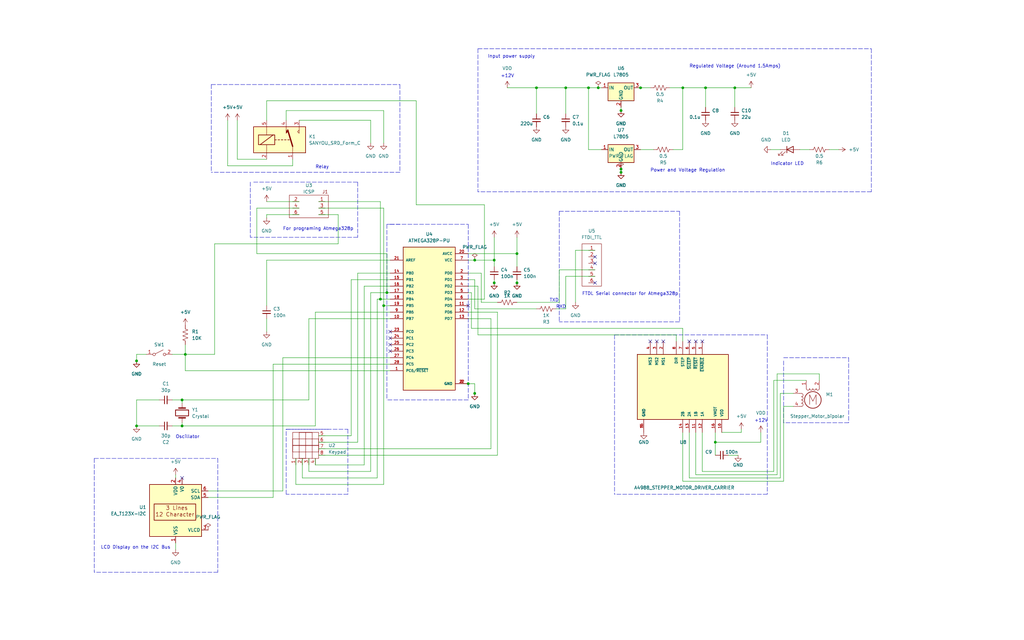
<source format=kicad_sch>
(kicad_sch (version 20211123) (generator eeschema)

  (uuid 15ac57a3-5ff0-4c2b-bead-31131d9a3dad)

  (paper "User" 399.999 250.012)

  (title_block
    (title "Door Lock Schematics")
    (rev "2")
    (company "ECE 411 Team 5 Practicum")
  )

  (lib_symbols
    (symbol "A4988_STEPPER_MOTOR_DRIVER_CARRIER:A4988_STEPPER_MOTOR_DRIVER_CARRIER" (pin_names (offset 1.016)) (in_bom yes) (on_board yes)
      (property "Reference" "U" (id 0) (at -12.7 19.05 0)
        (effects (font (size 1.27 1.27)) (justify left bottom))
      )
      (property "Value" "A4988_STEPPER_MOTOR_DRIVER_CARRIER" (id 1) (at -12.7 -21.59 0)
        (effects (font (size 1.27 1.27)) (justify left bottom))
      )
      (property "Footprint" "MODULE_A4988_STEPPER_MOTOR_DRIVER_CARRIER" (id 2) (at 0 0 0)
        (effects (font (size 1.27 1.27)) (justify left bottom) hide)
      )
      (property "Datasheet" "" (id 3) (at 0 0 0)
        (effects (font (size 1.27 1.27)) (justify left bottom) hide)
      )
      (property "MF" "Pololu" (id 4) (at 0 0 0)
        (effects (font (size 1.27 1.27)) (justify left bottom) hide)
      )
      (property "AVAILABILITY" "Unavailable" (id 5) (at 0 0 0)
        (effects (font (size 1.27 1.27)) (justify left bottom) hide)
      )
      (property "PRICE" "None" (id 6) (at 0 0 0)
        (effects (font (size 1.27 1.27)) (justify left bottom) hide)
      )
      (property "MP" "A4988 STEPPER MOTOR DRIVER CARRIER" (id 7) (at 0 0 0)
        (effects (font (size 1.27 1.27)) (justify left bottom) hide)
      )
      (property "PACKAGE" "None" (id 8) (at 0 0 0)
        (effects (font (size 1.27 1.27)) (justify left bottom) hide)
      )
      (property "DESCRIPTION" "Stepper motor controler; IC: A4988; 1A; Uin mot: 8÷35V" (id 9) (at 0 0 0)
        (effects (font (size 1.27 1.27)) (justify left bottom) hide)
      )
      (property "ki_locked" "" (id 10) (at 0 0 0)
        (effects (font (size 1.27 1.27)))
      )
      (symbol "A4988_STEPPER_MOTOR_DRIVER_CARRIER_0_0"
        (rectangle (start -12.7 -17.78) (end 12.7 17.78)
          (stroke (width 0.254) (type default) (color 0 0 0 0))
          (fill (type background))
        )
        (pin input line (at -17.78 7.62 0) (length 5.08)
          (name "~{ENABLE}" (effects (font (size 1.016 1.016))))
          (number "1" (effects (font (size 1.016 1.016))))
        )
        (pin power_in line (at 17.78 15.24 180) (length 5.08)
          (name "VDD" (effects (font (size 1.016 1.016))))
          (number "10" (effects (font (size 1.016 1.016))))
        )
        (pin output line (at 17.78 5.08 180) (length 5.08)
          (name "1B" (effects (font (size 1.016 1.016))))
          (number "11" (effects (font (size 1.016 1.016))))
        )
        (pin output line (at 17.78 7.62 180) (length 5.08)
          (name "1A" (effects (font (size 1.016 1.016))))
          (number "12" (effects (font (size 1.016 1.016))))
        )
        (pin output line (at 17.78 2.54 180) (length 5.08)
          (name "2A" (effects (font (size 1.016 1.016))))
          (number "13" (effects (font (size 1.016 1.016))))
        )
        (pin output line (at 17.78 0 180) (length 5.08)
          (name "2B" (effects (font (size 1.016 1.016))))
          (number "14" (effects (font (size 1.016 1.016))))
        )
        (pin power_in line (at 17.78 -15.24 180) (length 5.08)
          (name "GND" (effects (font (size 1.016 1.016))))
          (number "15" (effects (font (size 1.016 1.016))))
        )
        (pin power_in line (at 17.78 12.7 180) (length 5.08)
          (name "VMOT" (effects (font (size 1.016 1.016))))
          (number "16" (effects (font (size 1.016 1.016))))
        )
        (pin input line (at -17.78 -7.62 0) (length 5.08)
          (name "MS1" (effects (font (size 1.016 1.016))))
          (number "2" (effects (font (size 1.016 1.016))))
        )
        (pin input line (at -17.78 -10.16 0) (length 5.08)
          (name "MS2" (effects (font (size 1.016 1.016))))
          (number "3" (effects (font (size 1.016 1.016))))
        )
        (pin input line (at -17.78 -12.7 0) (length 5.08)
          (name "MS3" (effects (font (size 1.016 1.016))))
          (number "4" (effects (font (size 1.016 1.016))))
        )
        (pin input line (at -17.78 5.08 0) (length 5.08)
          (name "~{RESET}" (effects (font (size 1.016 1.016))))
          (number "5" (effects (font (size 1.016 1.016))))
        )
        (pin input line (at -17.78 2.54 0) (length 5.08)
          (name "~{SLEEP}" (effects (font (size 1.016 1.016))))
          (number "6" (effects (font (size 1.016 1.016))))
        )
        (pin input line (at -17.78 0 0) (length 5.08)
          (name "STEP" (effects (font (size 1.016 1.016))))
          (number "7" (effects (font (size 1.016 1.016))))
        )
        (pin input line (at -17.78 -2.54 0) (length 5.08)
          (name "DIR" (effects (font (size 1.016 1.016))))
          (number "8" (effects (font (size 1.016 1.016))))
        )
        (pin power_in line (at 17.78 -15.24 180) (length 5.08)
          (name "GND" (effects (font (size 1.016 1.016))))
          (number "9" (effects (font (size 1.016 1.016))))
        )
      )
    )
    (symbol "ATMEGA328P-PU:ATMEGA328P-PU" (pin_names (offset 1.016)) (in_bom yes) (on_board yes)
      (property "Reference" "U" (id 0) (at -10.16 28.9814 0)
        (effects (font (size 1.27 1.27)) (justify left bottom))
      )
      (property "Value" "ATMEGA328P-PU" (id 1) (at -10.16 -31.5214 0)
        (effects (font (size 1.27 1.27)) (justify left bottom))
      )
      (property "Footprint" "DIP794W46P254L2967H457Q28B" (id 2) (at 0 0 0)
        (effects (font (size 1.27 1.27)) (justify left bottom) hide)
      )
      (property "Datasheet" "" (id 3) (at 0 0 0)
        (effects (font (size 1.27 1.27)) (justify left bottom) hide)
      )
      (property "MANUFACTURER" "Atmel" (id 4) (at 0 0 0)
        (effects (font (size 1.27 1.27)) (justify left bottom) hide)
      )
      (property "ki_locked" "" (id 5) (at 0 0 0)
        (effects (font (size 1.27 1.27)))
      )
      (symbol "ATMEGA328P-PU_0_0"
        (rectangle (start -10.16 -27.94) (end 10.16 27.94)
          (stroke (width 0.254) (type default) (color 0 0 0 0))
          (fill (type background))
        )
        (pin bidirectional line (at -15.24 -20.32 0) (length 5.08)
          (name "PC6/~{RESET}" (effects (font (size 1.016 1.016))))
          (number "1" (effects (font (size 1.016 1.016))))
        )
        (pin bidirectional line (at -15.24 0 0) (length 5.08)
          (name "PB7" (effects (font (size 1.016 1.016))))
          (number "10" (effects (font (size 1.016 1.016))))
        )
        (pin bidirectional line (at 15.24 5.08 180) (length 5.08)
          (name "PD5" (effects (font (size 1.016 1.016))))
          (number "11" (effects (font (size 1.016 1.016))))
        )
        (pin bidirectional line (at 15.24 2.54 180) (length 5.08)
          (name "PD6" (effects (font (size 1.016 1.016))))
          (number "12" (effects (font (size 1.016 1.016))))
        )
        (pin bidirectional line (at 15.24 0 180) (length 5.08)
          (name "PD7" (effects (font (size 1.016 1.016))))
          (number "13" (effects (font (size 1.016 1.016))))
        )
        (pin bidirectional line (at -15.24 17.78 0) (length 5.08)
          (name "PB0" (effects (font (size 1.016 1.016))))
          (number "14" (effects (font (size 1.016 1.016))))
        )
        (pin bidirectional line (at -15.24 15.24 0) (length 5.08)
          (name "PB1" (effects (font (size 1.016 1.016))))
          (number "15" (effects (font (size 1.016 1.016))))
        )
        (pin bidirectional line (at -15.24 12.7 0) (length 5.08)
          (name "PB2" (effects (font (size 1.016 1.016))))
          (number "16" (effects (font (size 1.016 1.016))))
        )
        (pin bidirectional line (at -15.24 10.16 0) (length 5.08)
          (name "PB3" (effects (font (size 1.016 1.016))))
          (number "17" (effects (font (size 1.016 1.016))))
        )
        (pin bidirectional line (at -15.24 7.62 0) (length 5.08)
          (name "PB4" (effects (font (size 1.016 1.016))))
          (number "18" (effects (font (size 1.016 1.016))))
        )
        (pin bidirectional line (at -15.24 5.08 0) (length 5.08)
          (name "PB5" (effects (font (size 1.016 1.016))))
          (number "19" (effects (font (size 1.016 1.016))))
        )
        (pin bidirectional line (at 15.24 17.78 180) (length 5.08)
          (name "PD0" (effects (font (size 1.016 1.016))))
          (number "2" (effects (font (size 1.016 1.016))))
        )
        (pin power_in line (at 15.24 25.4 180) (length 5.08)
          (name "AVCC" (effects (font (size 1.016 1.016))))
          (number "20" (effects (font (size 1.016 1.016))))
        )
        (pin input line (at -15.24 22.86 0) (length 5.08)
          (name "AREF" (effects (font (size 1.016 1.016))))
          (number "21" (effects (font (size 1.016 1.016))))
        )
        (pin power_in line (at 15.24 -25.4 180) (length 5.08)
          (name "GND" (effects (font (size 1.016 1.016))))
          (number "22" (effects (font (size 1.016 1.016))))
        )
        (pin bidirectional line (at -15.24 -5.08 0) (length 5.08)
          (name "PC0" (effects (font (size 1.016 1.016))))
          (number "23" (effects (font (size 1.016 1.016))))
        )
        (pin bidirectional line (at -15.24 -7.62 0) (length 5.08)
          (name "PC1" (effects (font (size 1.016 1.016))))
          (number "24" (effects (font (size 1.016 1.016))))
        )
        (pin bidirectional line (at -15.24 -10.16 0) (length 5.08)
          (name "PC2" (effects (font (size 1.016 1.016))))
          (number "25" (effects (font (size 1.016 1.016))))
        )
        (pin bidirectional line (at -15.24 -12.7 0) (length 5.08)
          (name "PC3" (effects (font (size 1.016 1.016))))
          (number "26" (effects (font (size 1.016 1.016))))
        )
        (pin bidirectional line (at -15.24 -15.24 0) (length 5.08)
          (name "PC4" (effects (font (size 1.016 1.016))))
          (number "27" (effects (font (size 1.016 1.016))))
        )
        (pin bidirectional line (at -15.24 -17.78 0) (length 5.08)
          (name "PC5" (effects (font (size 1.016 1.016))))
          (number "28" (effects (font (size 1.016 1.016))))
        )
        (pin bidirectional line (at 15.24 15.24 180) (length 5.08)
          (name "PD1" (effects (font (size 1.016 1.016))))
          (number "3" (effects (font (size 1.016 1.016))))
        )
        (pin bidirectional line (at 15.24 12.7 180) (length 5.08)
          (name "PD2" (effects (font (size 1.016 1.016))))
          (number "4" (effects (font (size 1.016 1.016))))
        )
        (pin bidirectional line (at 15.24 10.16 180) (length 5.08)
          (name "PD3" (effects (font (size 1.016 1.016))))
          (number "5" (effects (font (size 1.016 1.016))))
        )
        (pin bidirectional line (at 15.24 7.62 180) (length 5.08)
          (name "PD4" (effects (font (size 1.016 1.016))))
          (number "6" (effects (font (size 1.016 1.016))))
        )
        (pin power_in line (at 15.24 22.86 180) (length 5.08)
          (name "VCC" (effects (font (size 1.016 1.016))))
          (number "7" (effects (font (size 1.016 1.016))))
        )
        (pin power_in line (at 15.24 -25.4 180) (length 5.08)
          (name "GND" (effects (font (size 1.016 1.016))))
          (number "8" (effects (font (size 1.016 1.016))))
        )
        (pin bidirectional line (at -15.24 2.54 0) (length 5.08)
          (name "PB6" (effects (font (size 1.016 1.016))))
          (number "9" (effects (font (size 1.016 1.016))))
        )
      )
    )
    (symbol "Device:C_Small" (pin_numbers hide) (pin_names (offset 0.254) hide) (in_bom yes) (on_board yes)
      (property "Reference" "C" (id 0) (at 0.254 1.778 0)
        (effects (font (size 1.27 1.27)) (justify left))
      )
      (property "Value" "C_Small" (id 1) (at 0.254 -2.032 0)
        (effects (font (size 1.27 1.27)) (justify left))
      )
      (property "Footprint" "" (id 2) (at 0 0 0)
        (effects (font (size 1.27 1.27)) hide)
      )
      (property "Datasheet" "~" (id 3) (at 0 0 0)
        (effects (font (size 1.27 1.27)) hide)
      )
      (property "ki_keywords" "capacitor cap" (id 4) (at 0 0 0)
        (effects (font (size 1.27 1.27)) hide)
      )
      (property "ki_description" "Unpolarized capacitor, small symbol" (id 5) (at 0 0 0)
        (effects (font (size 1.27 1.27)) hide)
      )
      (property "ki_fp_filters" "C_*" (id 6) (at 0 0 0)
        (effects (font (size 1.27 1.27)) hide)
      )
      (symbol "C_Small_0_1"
        (polyline
          (pts
            (xy -1.524 -0.508)
            (xy 1.524 -0.508)
          )
          (stroke (width 0.3302) (type default) (color 0 0 0 0))
          (fill (type none))
        )
        (polyline
          (pts
            (xy -1.524 0.508)
            (xy 1.524 0.508)
          )
          (stroke (width 0.3048) (type default) (color 0 0 0 0))
          (fill (type none))
        )
      )
      (symbol "C_Small_1_1"
        (pin passive line (at 0 2.54 270) (length 2.032)
          (name "~" (effects (font (size 1.27 1.27))))
          (number "1" (effects (font (size 1.27 1.27))))
        )
        (pin passive line (at 0 -2.54 90) (length 2.032)
          (name "~" (effects (font (size 1.27 1.27))))
          (number "2" (effects (font (size 1.27 1.27))))
        )
      )
    )
    (symbol "Device:Crystal" (pin_numbers hide) (pin_names (offset 1.016) hide) (in_bom yes) (on_board yes)
      (property "Reference" "Y" (id 0) (at 0 3.81 0)
        (effects (font (size 1.27 1.27)))
      )
      (property "Value" "Crystal" (id 1) (at 0 -3.81 0)
        (effects (font (size 1.27 1.27)))
      )
      (property "Footprint" "" (id 2) (at 0 0 0)
        (effects (font (size 1.27 1.27)) hide)
      )
      (property "Datasheet" "~" (id 3) (at 0 0 0)
        (effects (font (size 1.27 1.27)) hide)
      )
      (property "ki_keywords" "quartz ceramic resonator oscillator" (id 4) (at 0 0 0)
        (effects (font (size 1.27 1.27)) hide)
      )
      (property "ki_description" "Two pin crystal" (id 5) (at 0 0 0)
        (effects (font (size 1.27 1.27)) hide)
      )
      (property "ki_fp_filters" "Crystal*" (id 6) (at 0 0 0)
        (effects (font (size 1.27 1.27)) hide)
      )
      (symbol "Crystal_0_1"
        (rectangle (start -1.143 2.54) (end 1.143 -2.54)
          (stroke (width 0.3048) (type default) (color 0 0 0 0))
          (fill (type none))
        )
        (polyline
          (pts
            (xy -2.54 0)
            (xy -1.905 0)
          )
          (stroke (width 0) (type default) (color 0 0 0 0))
          (fill (type none))
        )
        (polyline
          (pts
            (xy -1.905 -1.27)
            (xy -1.905 1.27)
          )
          (stroke (width 0.508) (type default) (color 0 0 0 0))
          (fill (type none))
        )
        (polyline
          (pts
            (xy 1.905 -1.27)
            (xy 1.905 1.27)
          )
          (stroke (width 0.508) (type default) (color 0 0 0 0))
          (fill (type none))
        )
        (polyline
          (pts
            (xy 2.54 0)
            (xy 1.905 0)
          )
          (stroke (width 0) (type default) (color 0 0 0 0))
          (fill (type none))
        )
      )
      (symbol "Crystal_1_1"
        (pin passive line (at -3.81 0 0) (length 1.27)
          (name "1" (effects (font (size 1.27 1.27))))
          (number "1" (effects (font (size 1.27 1.27))))
        )
        (pin passive line (at 3.81 0 180) (length 1.27)
          (name "2" (effects (font (size 1.27 1.27))))
          (number "2" (effects (font (size 1.27 1.27))))
        )
      )
    )
    (symbol "Device:LED" (pin_numbers hide) (pin_names (offset 1.016) hide) (in_bom yes) (on_board yes)
      (property "Reference" "D" (id 0) (at 0 2.54 0)
        (effects (font (size 1.27 1.27)))
      )
      (property "Value" "LED" (id 1) (at 0 -2.54 0)
        (effects (font (size 1.27 1.27)))
      )
      (property "Footprint" "" (id 2) (at 0 0 0)
        (effects (font (size 1.27 1.27)) hide)
      )
      (property "Datasheet" "~" (id 3) (at 0 0 0)
        (effects (font (size 1.27 1.27)) hide)
      )
      (property "ki_keywords" "LED diode" (id 4) (at 0 0 0)
        (effects (font (size 1.27 1.27)) hide)
      )
      (property "ki_description" "Light emitting diode" (id 5) (at 0 0 0)
        (effects (font (size 1.27 1.27)) hide)
      )
      (property "ki_fp_filters" "LED* LED_SMD:* LED_THT:*" (id 6) (at 0 0 0)
        (effects (font (size 1.27 1.27)) hide)
      )
      (symbol "LED_0_1"
        (polyline
          (pts
            (xy -1.27 -1.27)
            (xy -1.27 1.27)
          )
          (stroke (width 0.254) (type default) (color 0 0 0 0))
          (fill (type none))
        )
        (polyline
          (pts
            (xy -1.27 0)
            (xy 1.27 0)
          )
          (stroke (width 0) (type default) (color 0 0 0 0))
          (fill (type none))
        )
        (polyline
          (pts
            (xy 1.27 -1.27)
            (xy 1.27 1.27)
            (xy -1.27 0)
            (xy 1.27 -1.27)
          )
          (stroke (width 0.254) (type default) (color 0 0 0 0))
          (fill (type none))
        )
        (polyline
          (pts
            (xy -3.048 -0.762)
            (xy -4.572 -2.286)
            (xy -3.81 -2.286)
            (xy -4.572 -2.286)
            (xy -4.572 -1.524)
          )
          (stroke (width 0) (type default) (color 0 0 0 0))
          (fill (type none))
        )
        (polyline
          (pts
            (xy -1.778 -0.762)
            (xy -3.302 -2.286)
            (xy -2.54 -2.286)
            (xy -3.302 -2.286)
            (xy -3.302 -1.524)
          )
          (stroke (width 0) (type default) (color 0 0 0 0))
          (fill (type none))
        )
      )
      (symbol "LED_1_1"
        (pin passive line (at -3.81 0 0) (length 2.54)
          (name "K" (effects (font (size 1.27 1.27))))
          (number "1" (effects (font (size 1.27 1.27))))
        )
        (pin passive line (at 3.81 0 180) (length 2.54)
          (name "A" (effects (font (size 1.27 1.27))))
          (number "2" (effects (font (size 1.27 1.27))))
        )
      )
    )
    (symbol "Device:R_US" (pin_numbers hide) (pin_names (offset 0)) (in_bom yes) (on_board yes)
      (property "Reference" "R" (id 0) (at 2.54 0 90)
        (effects (font (size 1.27 1.27)))
      )
      (property "Value" "R_US" (id 1) (at -2.54 0 90)
        (effects (font (size 1.27 1.27)))
      )
      (property "Footprint" "" (id 2) (at 1.016 -0.254 90)
        (effects (font (size 1.27 1.27)) hide)
      )
      (property "Datasheet" "~" (id 3) (at 0 0 0)
        (effects (font (size 1.27 1.27)) hide)
      )
      (property "ki_keywords" "R res resistor" (id 4) (at 0 0 0)
        (effects (font (size 1.27 1.27)) hide)
      )
      (property "ki_description" "Resistor, US symbol" (id 5) (at 0 0 0)
        (effects (font (size 1.27 1.27)) hide)
      )
      (property "ki_fp_filters" "R_*" (id 6) (at 0 0 0)
        (effects (font (size 1.27 1.27)) hide)
      )
      (symbol "R_US_0_1"
        (polyline
          (pts
            (xy 0 -2.286)
            (xy 0 -2.54)
          )
          (stroke (width 0) (type default) (color 0 0 0 0))
          (fill (type none))
        )
        (polyline
          (pts
            (xy 0 2.286)
            (xy 0 2.54)
          )
          (stroke (width 0) (type default) (color 0 0 0 0))
          (fill (type none))
        )
        (polyline
          (pts
            (xy 0 -0.762)
            (xy 1.016 -1.143)
            (xy 0 -1.524)
            (xy -1.016 -1.905)
            (xy 0 -2.286)
          )
          (stroke (width 0) (type default) (color 0 0 0 0))
          (fill (type none))
        )
        (polyline
          (pts
            (xy 0 0.762)
            (xy 1.016 0.381)
            (xy 0 0)
            (xy -1.016 -0.381)
            (xy 0 -0.762)
          )
          (stroke (width 0) (type default) (color 0 0 0 0))
          (fill (type none))
        )
        (polyline
          (pts
            (xy 0 2.286)
            (xy 1.016 1.905)
            (xy 0 1.524)
            (xy -1.016 1.143)
            (xy 0 0.762)
          )
          (stroke (width 0) (type default) (color 0 0 0 0))
          (fill (type none))
        )
      )
      (symbol "R_US_1_1"
        (pin passive line (at 0 3.81 270) (length 1.27)
          (name "~" (effects (font (size 1.27 1.27))))
          (number "1" (effects (font (size 1.27 1.27))))
        )
        (pin passive line (at 0 -3.81 90) (length 1.27)
          (name "~" (effects (font (size 1.27 1.27))))
          (number "2" (effects (font (size 1.27 1.27))))
        )
      )
    )
    (symbol "Display_Character:EA_T123X-I2C" (in_bom yes) (on_board yes)
      (property "Reference" "U" (id 0) (at -8.89 11.43 0)
        (effects (font (size 1.27 1.27)))
      )
      (property "Value" "EA_T123X-I2C" (id 1) (at 3.556 11.684 0)
        (effects (font (size 1.27 1.27)) (justify left))
      )
      (property "Footprint" "Display:EA_T123X-I2C" (id 2) (at 0 -15.24 0)
        (effects (font (size 1.27 1.27)) hide)
      )
      (property "Datasheet" "http://www.lcd-module.de/pdf/doma/t123-i2c.pdf" (id 3) (at 0 -12.7 0)
        (effects (font (size 1.27 1.27)) hide)
      )
      (property "ki_keywords" "display LCD 7-segment" (id 4) (at 0 0 0)
        (effects (font (size 1.27 1.27)) hide)
      )
      (property "ki_description" "3 Lines, 12 character alpha numeric LCD, transreflective STN and FSTN Gray, I2C, single or dual power" (id 5) (at 0 0 0)
        (effects (font (size 1.27 1.27)) hide)
      )
      (property "ki_fp_filters" "EA?T123X?I2C*" (id 6) (at 0 0 0)
        (effects (font (size 1.27 1.27)) hide)
      )
      (symbol "EA_T123X-I2C_0_0"
        (rectangle (start -7.874 2.54) (end 8.382 -3.81)
          (stroke (width 0.254) (type default) (color 0 0 0 0))
          (fill (type none))
        )
        (text "12 Character" (at -7.366 -1.524 0)
          (effects (font (size 1.524 1.524)) (justify left))
        )
        (text "3 Lines" (at -4.826 1.016 0)
          (effects (font (size 1.524 1.524)) (justify left))
        )
      )
      (symbol "EA_T123X-I2C_0_1"
        (rectangle (start -10.16 10.16) (end 10.16 -10.16)
          (stroke (width 0.254) (type default) (color 0 0 0 0))
          (fill (type background))
        )
      )
      (symbol "EA_T123X-I2C_1_1"
        (pin power_in line (at 0 -12.7 90) (length 2.54)
          (name "VSS" (effects (font (size 1.27 1.27))))
          (number "1" (effects (font (size 1.27 1.27))))
        )
        (pin power_in line (at 0 12.7 270) (length 2.54)
          (name "VDD" (effects (font (size 1.27 1.27))))
          (number "2" (effects (font (size 1.27 1.27))))
        )
        (pin input line (at -12.7 -7.62 0) (length 2.54)
          (name "VLCD" (effects (font (size 1.27 1.27))))
          (number "3" (effects (font (size 1.27 1.27))))
        )
        (pin power_in line (at -2.54 12.7 270) (length 2.54)
          (name "V0" (effects (font (size 1.27 1.27))))
          (number "4" (effects (font (size 1.27 1.27))))
        )
        (pin bidirectional line (at -12.7 5.08 0) (length 2.54)
          (name "SDA" (effects (font (size 1.27 1.27))))
          (number "5" (effects (font (size 1.27 1.27))))
        )
        (pin input line (at -12.7 7.62 0) (length 2.54)
          (name "SCL" (effects (font (size 1.27 1.27))))
          (number "6" (effects (font (size 1.27 1.27))))
        )
      )
    )
    (symbol "Motor:Stepper_Motor_bipolar" (pin_names (offset 0) hide) (in_bom yes) (on_board yes)
      (property "Reference" "M" (id 0) (at 3.81 2.54 0)
        (effects (font (size 1.27 1.27)) (justify left))
      )
      (property "Value" "Stepper_Motor_bipolar" (id 1) (at 3.81 1.27 0)
        (effects (font (size 1.27 1.27)) (justify left top))
      )
      (property "Footprint" "" (id 2) (at 0.254 -0.254 0)
        (effects (font (size 1.27 1.27)) hide)
      )
      (property "Datasheet" "http://www.infineon.com/dgdl/Application-Note-TLE8110EE_driving_UniPolarStepperMotor_V1.1.pdf?fileId=db3a30431be39b97011be5d0aa0a00b0" (id 3) (at 0.254 -0.254 0)
        (effects (font (size 1.27 1.27)) hide)
      )
      (property "ki_keywords" "bipolar stepper motor" (id 4) (at 0 0 0)
        (effects (font (size 1.27 1.27)) hide)
      )
      (property "ki_description" "4-wire bipolar stepper motor" (id 5) (at 0 0 0)
        (effects (font (size 1.27 1.27)) hide)
      )
      (property "ki_fp_filters" "PinHeader*P2.54mm*Vertical* TerminalBlock* Motor*" (id 6) (at 0 0 0)
        (effects (font (size 1.27 1.27)) hide)
      )
      (symbol "Stepper_Motor_bipolar_0_0"
        (polyline
          (pts
            (xy -1.27 -1.778)
            (xy -1.27 2.032)
            (xy 0 -0.508)
            (xy 1.27 2.032)
            (xy 1.27 -1.778)
          )
          (stroke (width 0) (type default) (color 0 0 0 0))
          (fill (type none))
        )
      )
      (symbol "Stepper_Motor_bipolar_0_1"
        (arc (start -4.445 -2.54) (mid -3.81 -1.905) (end -4.445 -1.27)
          (stroke (width 0) (type default) (color 0 0 0 0))
          (fill (type none))
        )
        (arc (start -4.445 -1.27) (mid -3.81 -0.635) (end -4.445 0)
          (stroke (width 0) (type default) (color 0 0 0 0))
          (fill (type none))
        )
        (arc (start -4.445 0) (mid -3.81 0.635) (end -4.445 1.27)
          (stroke (width 0) (type default) (color 0 0 0 0))
          (fill (type none))
        )
        (arc (start -4.445 1.27) (mid -3.81 1.905) (end -4.445 2.54)
          (stroke (width 0) (type default) (color 0 0 0 0))
          (fill (type none))
        )
        (arc (start -2.54 4.445) (mid -1.905 3.81) (end -1.27 4.445)
          (stroke (width 0) (type default) (color 0 0 0 0))
          (fill (type none))
        )
        (arc (start -1.27 4.445) (mid -0.635 3.81) (end 0 4.445)
          (stroke (width 0) (type default) (color 0 0 0 0))
          (fill (type none))
        )
        (polyline
          (pts
            (xy -5.08 -2.54)
            (xy -4.445 -2.54)
          )
          (stroke (width 0) (type default) (color 0 0 0 0))
          (fill (type none))
        )
        (polyline
          (pts
            (xy -5.08 2.54)
            (xy -4.445 2.54)
          )
          (stroke (width 0) (type default) (color 0 0 0 0))
          (fill (type none))
        )
        (polyline
          (pts
            (xy -2.54 5.08)
            (xy -2.54 4.445)
          )
          (stroke (width 0) (type default) (color 0 0 0 0))
          (fill (type none))
        )
        (polyline
          (pts
            (xy 2.54 5.08)
            (xy 2.54 4.445)
          )
          (stroke (width 0) (type default) (color 0 0 0 0))
          (fill (type none))
        )
        (circle (center 0 0) (radius 3.2512)
          (stroke (width 0.254) (type default) (color 0 0 0 0))
          (fill (type none))
        )
        (arc (start 0 4.445) (mid 0.635 3.81) (end 1.27 4.445)
          (stroke (width 0) (type default) (color 0 0 0 0))
          (fill (type none))
        )
        (arc (start 1.27 4.445) (mid 1.905 3.81) (end 2.54 4.445)
          (stroke (width 0) (type default) (color 0 0 0 0))
          (fill (type none))
        )
      )
      (symbol "Stepper_Motor_bipolar_1_1"
        (pin passive line (at -2.54 7.62 270) (length 2.54)
          (name "~" (effects (font (size 1.27 1.27))))
          (number "1" (effects (font (size 1.27 1.27))))
        )
        (pin passive line (at 2.54 7.62 270) (length 2.54)
          (name "-" (effects (font (size 1.27 1.27))))
          (number "2" (effects (font (size 1.27 1.27))))
        )
        (pin passive line (at -7.62 2.54 0) (length 2.54)
          (name "~" (effects (font (size 1.27 1.27))))
          (number "3" (effects (font (size 1.27 1.27))))
        )
        (pin passive line (at -7.62 -2.54 0) (length 2.54)
          (name "~" (effects (font (size 1.27 1.27))))
          (number "4" (effects (font (size 1.27 1.27))))
        )
      )
    )
    (symbol "New_Library_0:FTDI_TTL" (in_bom yes) (on_board yes)
      (property "Reference" "U" (id 0) (at -1.27 -8.89 0)
        (effects (font (size 1.27 1.27)))
      )
      (property "Value" "FTDI_TTL" (id 1) (at -1.27 -11.43 0)
        (effects (font (size 1.27 1.27)))
      )
      (property "Footprint" "" (id 2) (at 0 0 0)
        (effects (font (size 1.27 1.27)) hide)
      )
      (property "Datasheet" "" (id 3) (at 0 0 0)
        (effects (font (size 1.27 1.27)) hide)
      )
      (symbol "FTDI_TTL_0_1"
        (rectangle (start -5.08 8.89) (end 2.54 -7.62)
          (stroke (width 0) (type default) (color 0 0 0 0))
          (fill (type none))
        )
      )
      (symbol "FTDI_TTL_1_1"
        (pin bidirectional line (at 0 6.35 180) (length 2.54)
          (name "" (effects (font (size 1.27 1.27))))
          (number "1" (effects (font (size 1.27 1.27))))
        )
        (pin bidirectional line (at 0 3.81 180) (length 2.54)
          (name "" (effects (font (size 1.27 1.27))))
          (number "2" (effects (font (size 1.27 1.27))))
        )
        (pin bidirectional line (at 0 1.27 180) (length 2.54)
          (name "" (effects (font (size 1.27 1.27))))
          (number "3" (effects (font (size 1.27 1.27))))
        )
        (pin bidirectional line (at 0 -1.27 180) (length 2.54)
          (name "" (effects (font (size 1.27 1.27))))
          (number "4" (effects (font (size 1.27 1.27))))
        )
        (pin bidirectional line (at 0 -3.81 180) (length 2.54)
          (name "" (effects (font (size 1.27 1.27))))
          (number "5" (effects (font (size 1.27 1.27))))
        )
        (pin bidirectional line (at 0 -6.35 180) (length 2.54)
          (name "" (effects (font (size 1.27 1.27))))
          (number "6" (effects (font (size 1.27 1.27))))
        )
      )
    )
    (symbol "New_Library_0:ICSP" (in_bom yes) (on_board yes)
      (property "Reference" "U" (id 0) (at 0 1.27 0)
        (effects (font (size 1.27 1.27)))
      )
      (property "Value" "ICSP" (id 1) (at 0 -1.27 0)
        (effects (font (size 1.27 1.27)))
      )
      (property "Footprint" "" (id 2) (at 1.27 0 0)
        (effects (font (size 1.27 1.27)) hide)
      )
      (property "Datasheet" "" (id 3) (at 1.27 0 0)
        (effects (font (size 1.27 1.27)) hide)
      )
      (symbol "ICSP_0_0"
        (rectangle (start 7.62 5.08) (end -7.62 -3.81)
          (stroke (width 0) (type default) (color 0 0 0 0))
          (fill (type none))
        )
        (text "J1" (at -6.35 6.35 0)
          (effects (font (size 1.27 1.27)))
        )
      )
      (symbol "ICSP_1_1"
        (pin bidirectional line (at -3.81 2.54 180) (length 2.54)
          (name "" (effects (font (size 1.27 1.27))))
          (number "1" (effects (font (size 1.27 1.27))))
        )
        (pin bidirectional line (at 3.81 2.54 0) (length 2.54)
          (name "" (effects (font (size 1.27 1.27))))
          (number "2" (effects (font (size 1.27 1.27))))
        )
        (pin bidirectional line (at -3.81 0 180) (length 2.54)
          (name "" (effects (font (size 1.27 1.27))))
          (number "3" (effects (font (size 1.27 1.27))))
        )
        (pin bidirectional line (at 3.81 0 0) (length 2.54)
          (name "" (effects (font (size 1.27 1.27))))
          (number "4" (effects (font (size 1.27 1.27))))
        )
        (pin bidirectional line (at -3.81 -2.54 180) (length 2.54)
          (name "" (effects (font (size 1.27 1.27))))
          (number "5" (effects (font (size 1.27 1.27))))
        )
        (pin bidirectional line (at 3.81 -2.54 0) (length 2.54)
          (name "" (effects (font (size 1.27 1.27))))
          (number "6" (effects (font (size 1.27 1.27))))
        )
      )
    )
    (symbol "New_Library_0:Keypad" (in_bom yes) (on_board yes)
      (property "Reference" "U" (id 0) (at 0 -8.89 0)
        (effects (font (size 1.27 1.27)))
      )
      (property "Value" "Keypad" (id 1) (at 0 -11.43 0)
        (effects (font (size 1.27 1.27)))
      )
      (property "Footprint" "" (id 2) (at 0 1.27 0)
        (effects (font (size 1.27 1.27)) hide)
      )
      (property "Datasheet" "" (id 3) (at 0 1.27 0)
        (effects (font (size 1.27 1.27)) hide)
      )
      (symbol "Keypad_0_0"
        (rectangle (start -5.08 5.08) (end 5.08 -5.08)
          (stroke (width 0) (type default) (color 0 0 0 0))
          (fill (type none))
        )
        (polyline
          (pts
            (xy 0 5.08)
            (xy 2.54 5.08)
            (xy 2.54 -5.08)
          )
          (stroke (width 0) (type default) (color 0 0 0 0))
          (fill (type none))
        )
        (polyline
          (pts
            (xy -5.08 0)
            (xy -5.08 -2.54)
            (xy 5.08 -2.54)
            (xy 5.08 0)
            (xy -5.08 0)
          )
          (stroke (width 0) (type default) (color 0 0 0 0))
          (fill (type none))
        )
        (polyline
          (pts
            (xy -5.08 2.54)
            (xy 5.08 2.54)
            (xy 5.08 0)
            (xy -5.08 0)
            (xy -5.08 2.54)
          )
          (stroke (width 0) (type default) (color 0 0 0 0))
          (fill (type none))
        )
        (polyline
          (pts
            (xy -2.54 5.08)
            (xy -2.54 -5.08)
            (xy 0 -5.08)
            (xy 0 5.08)
            (xy -2.54 5.08)
          )
          (stroke (width 0) (type default) (color 0 0 0 0))
          (fill (type none))
        )
      )
      (symbol "Keypad_1_1"
        (pin input line (at -3.81 -5.08 270) (length 2.54)
          (name "" (effects (font (size 1.27 1.27))))
          (number "1" (effects (font (size 1.27 1.27))))
        )
        (pin input line (at -1.27 -5.08 270) (length 2.54)
          (name "" (effects (font (size 1.27 1.27))))
          (number "2" (effects (font (size 1.27 1.27))))
        )
        (pin input line (at 1.27 -5.08 270) (length 2.54)
          (name "" (effects (font (size 1.27 1.27))))
          (number "3" (effects (font (size 1.27 1.27))))
        )
        (pin input line (at 3.81 -5.08 270) (length 2.54)
          (name "" (effects (font (size 1.27 1.27))))
          (number "4" (effects (font (size 1.27 1.27))))
        )
        (pin input line (at 5.08 3.81 0) (length 2.54)
          (name "" (effects (font (size 1.27 1.27))))
          (number "5" (effects (font (size 1.27 1.27))))
        )
        (pin input line (at 5.08 1.27 0) (length 2.54)
          (name "" (effects (font (size 1.27 1.27))))
          (number "6" (effects (font (size 1.27 1.27))))
        )
        (pin input line (at 5.08 -1.27 0) (length 2.54)
          (name "" (effects (font (size 1.27 1.27))))
          (number "7" (effects (font (size 1.27 1.27))))
        )
        (pin input line (at 5.08 -3.81 0) (length 2.54)
          (name "" (effects (font (size 1.27 1.27))))
          (number "8" (effects (font (size 1.27 1.27))))
        )
      )
    )
    (symbol "Regulator_Linear:L7805" (pin_names (offset 0.254)) (in_bom yes) (on_board yes)
      (property "Reference" "U" (id 0) (at -3.81 3.175 0)
        (effects (font (size 1.27 1.27)))
      )
      (property "Value" "L7805" (id 1) (at 0 3.175 0)
        (effects (font (size 1.27 1.27)) (justify left))
      )
      (property "Footprint" "" (id 2) (at 0.635 -3.81 0)
        (effects (font (size 1.27 1.27) italic) (justify left) hide)
      )
      (property "Datasheet" "http://www.st.com/content/ccc/resource/technical/document/datasheet/41/4f/b3/b0/12/d4/47/88/CD00000444.pdf/files/CD00000444.pdf/jcr:content/translations/en.CD00000444.pdf" (id 3) (at 0 -1.27 0)
        (effects (font (size 1.27 1.27)) hide)
      )
      (property "ki_keywords" "Voltage Regulator 1.5A Positive" (id 4) (at 0 0 0)
        (effects (font (size 1.27 1.27)) hide)
      )
      (property "ki_description" "Positive 1.5A 35V Linear Regulator, Fixed Output 5V, TO-220/TO-263/TO-252" (id 5) (at 0 0 0)
        (effects (font (size 1.27 1.27)) hide)
      )
      (property "ki_fp_filters" "TO?252* TO?263* TO?220*" (id 6) (at 0 0 0)
        (effects (font (size 1.27 1.27)) hide)
      )
      (symbol "L7805_0_1"
        (rectangle (start -5.08 1.905) (end 5.08 -5.08)
          (stroke (width 0.254) (type default) (color 0 0 0 0))
          (fill (type background))
        )
      )
      (symbol "L7805_1_1"
        (pin power_in line (at -7.62 0 0) (length 2.54)
          (name "IN" (effects (font (size 1.27 1.27))))
          (number "1" (effects (font (size 1.27 1.27))))
        )
        (pin power_in line (at 0 -7.62 90) (length 2.54)
          (name "GND" (effects (font (size 1.27 1.27))))
          (number "2" (effects (font (size 1.27 1.27))))
        )
        (pin power_out line (at 7.62 0 180) (length 2.54)
          (name "OUT" (effects (font (size 1.27 1.27))))
          (number "3" (effects (font (size 1.27 1.27))))
        )
      )
    )
    (symbol "Relay:SANYOU_SRD_Form_C" (in_bom yes) (on_board yes)
      (property "Reference" "K" (id 0) (at 11.43 3.81 0)
        (effects (font (size 1.27 1.27)) (justify left))
      )
      (property "Value" "SANYOU_SRD_Form_C" (id 1) (at 11.43 1.27 0)
        (effects (font (size 1.27 1.27)) (justify left))
      )
      (property "Footprint" "Relay_THT:Relay_SPDT_SANYOU_SRD_Series_Form_C" (id 2) (at 11.43 -1.27 0)
        (effects (font (size 1.27 1.27)) (justify left) hide)
      )
      (property "Datasheet" "http://www.sanyourelay.ca/public/products/pdf/SRD.pdf" (id 3) (at 0 0 0)
        (effects (font (size 1.27 1.27)) hide)
      )
      (property "ki_keywords" "Single Pole Relay SPDT" (id 4) (at 0 0 0)
        (effects (font (size 1.27 1.27)) hide)
      )
      (property "ki_description" "Sanyo SRD relay, Single Pole Miniature Power Relay," (id 5) (at 0 0 0)
        (effects (font (size 1.27 1.27)) hide)
      )
      (property "ki_fp_filters" "Relay*SPDT*SANYOU*SRD*Series*Form*C*" (id 6) (at 0 0 0)
        (effects (font (size 1.27 1.27)) hide)
      )
      (symbol "SANYOU_SRD_Form_C_0_0"
        (polyline
          (pts
            (xy 7.62 5.08)
            (xy 7.62 2.54)
            (xy 6.985 3.175)
            (xy 7.62 3.81)
          )
          (stroke (width 0) (type default) (color 0 0 0 0))
          (fill (type none))
        )
      )
      (symbol "SANYOU_SRD_Form_C_0_1"
        (rectangle (start -10.16 5.08) (end 10.16 -5.08)
          (stroke (width 0.254) (type default) (color 0 0 0 0))
          (fill (type background))
        )
        (rectangle (start -8.255 1.905) (end -1.905 -1.905)
          (stroke (width 0.254) (type default) (color 0 0 0 0))
          (fill (type none))
        )
        (polyline
          (pts
            (xy -7.62 -1.905)
            (xy -2.54 1.905)
          )
          (stroke (width 0.254) (type default) (color 0 0 0 0))
          (fill (type none))
        )
        (polyline
          (pts
            (xy -5.08 -5.08)
            (xy -5.08 -1.905)
          )
          (stroke (width 0) (type default) (color 0 0 0 0))
          (fill (type none))
        )
        (polyline
          (pts
            (xy -5.08 5.08)
            (xy -5.08 1.905)
          )
          (stroke (width 0) (type default) (color 0 0 0 0))
          (fill (type none))
        )
        (polyline
          (pts
            (xy -1.905 0)
            (xy -1.27 0)
          )
          (stroke (width 0.254) (type default) (color 0 0 0 0))
          (fill (type none))
        )
        (polyline
          (pts
            (xy -0.635 0)
            (xy 0 0)
          )
          (stroke (width 0.254) (type default) (color 0 0 0 0))
          (fill (type none))
        )
        (polyline
          (pts
            (xy 0.635 0)
            (xy 1.27 0)
          )
          (stroke (width 0.254) (type default) (color 0 0 0 0))
          (fill (type none))
        )
        (polyline
          (pts
            (xy 1.905 0)
            (xy 2.54 0)
          )
          (stroke (width 0.254) (type default) (color 0 0 0 0))
          (fill (type none))
        )
        (polyline
          (pts
            (xy 3.175 0)
            (xy 3.81 0)
          )
          (stroke (width 0.254) (type default) (color 0 0 0 0))
          (fill (type none))
        )
        (polyline
          (pts
            (xy 5.08 -2.54)
            (xy 3.175 3.81)
          )
          (stroke (width 0.508) (type default) (color 0 0 0 0))
          (fill (type none))
        )
        (polyline
          (pts
            (xy 5.08 -2.54)
            (xy 5.08 -5.08)
          )
          (stroke (width 0) (type default) (color 0 0 0 0))
          (fill (type none))
        )
      )
      (symbol "SANYOU_SRD_Form_C_1_1"
        (polyline
          (pts
            (xy 2.54 3.81)
            (xy 3.175 3.175)
            (xy 2.54 2.54)
            (xy 2.54 5.08)
          )
          (stroke (width 0) (type default) (color 0 0 0 0))
          (fill (type outline))
        )
        (pin passive line (at 5.08 -7.62 90) (length 2.54)
          (name "~" (effects (font (size 1.27 1.27))))
          (number "1" (effects (font (size 1.27 1.27))))
        )
        (pin passive line (at -5.08 -7.62 90) (length 2.54)
          (name "~" (effects (font (size 1.27 1.27))))
          (number "2" (effects (font (size 1.27 1.27))))
        )
        (pin passive line (at 7.62 7.62 270) (length 2.54)
          (name "~" (effects (font (size 1.27 1.27))))
          (number "3" (effects (font (size 1.27 1.27))))
        )
        (pin passive line (at 2.54 7.62 270) (length 2.54)
          (name "~" (effects (font (size 1.27 1.27))))
          (number "4" (effects (font (size 1.27 1.27))))
        )
        (pin passive line (at -5.08 7.62 270) (length 2.54)
          (name "~" (effects (font (size 1.27 1.27))))
          (number "5" (effects (font (size 1.27 1.27))))
        )
      )
    )
    (symbol "Switch:SW_SPST" (pin_names (offset 0) hide) (in_bom yes) (on_board yes)
      (property "Reference" "SW" (id 0) (at 0 3.175 0)
        (effects (font (size 1.27 1.27)))
      )
      (property "Value" "SW_SPST" (id 1) (at 0 -2.54 0)
        (effects (font (size 1.27 1.27)))
      )
      (property "Footprint" "" (id 2) (at 0 0 0)
        (effects (font (size 1.27 1.27)) hide)
      )
      (property "Datasheet" "~" (id 3) (at 0 0 0)
        (effects (font (size 1.27 1.27)) hide)
      )
      (property "ki_keywords" "switch lever" (id 4) (at 0 0 0)
        (effects (font (size 1.27 1.27)) hide)
      )
      (property "ki_description" "Single Pole Single Throw (SPST) switch" (id 5) (at 0 0 0)
        (effects (font (size 1.27 1.27)) hide)
      )
      (symbol "SW_SPST_0_0"
        (circle (center -2.032 0) (radius 0.508)
          (stroke (width 0) (type default) (color 0 0 0 0))
          (fill (type none))
        )
        (polyline
          (pts
            (xy -1.524 0.254)
            (xy 1.524 1.778)
          )
          (stroke (width 0) (type default) (color 0 0 0 0))
          (fill (type none))
        )
        (circle (center 2.032 0) (radius 0.508)
          (stroke (width 0) (type default) (color 0 0 0 0))
          (fill (type none))
        )
      )
      (symbol "SW_SPST_1_1"
        (pin passive line (at -5.08 0 0) (length 2.54)
          (name "A" (effects (font (size 1.27 1.27))))
          (number "1" (effects (font (size 1.27 1.27))))
        )
        (pin passive line (at 5.08 0 180) (length 2.54)
          (name "B" (effects (font (size 1.27 1.27))))
          (number "2" (effects (font (size 1.27 1.27))))
        )
      )
    )
    (symbol "power:+5V" (power) (pin_names (offset 0)) (in_bom yes) (on_board yes)
      (property "Reference" "#PWR" (id 0) (at 0 -3.81 0)
        (effects (font (size 1.27 1.27)) hide)
      )
      (property "Value" "+5V" (id 1) (at 0 3.556 0)
        (effects (font (size 1.27 1.27)))
      )
      (property "Footprint" "" (id 2) (at 0 0 0)
        (effects (font (size 1.27 1.27)) hide)
      )
      (property "Datasheet" "" (id 3) (at 0 0 0)
        (effects (font (size 1.27 1.27)) hide)
      )
      (property "ki_keywords" "power-flag" (id 4) (at 0 0 0)
        (effects (font (size 1.27 1.27)) hide)
      )
      (property "ki_description" "Power symbol creates a global label with name \"+5V\"" (id 5) (at 0 0 0)
        (effects (font (size 1.27 1.27)) hide)
      )
      (symbol "+5V_0_1"
        (polyline
          (pts
            (xy -0.762 1.27)
            (xy 0 2.54)
          )
          (stroke (width 0) (type default) (color 0 0 0 0))
          (fill (type none))
        )
        (polyline
          (pts
            (xy 0 0)
            (xy 0 2.54)
          )
          (stroke (width 0) (type default) (color 0 0 0 0))
          (fill (type none))
        )
        (polyline
          (pts
            (xy 0 2.54)
            (xy 0.762 1.27)
          )
          (stroke (width 0) (type default) (color 0 0 0 0))
          (fill (type none))
        )
      )
      (symbol "+5V_1_1"
        (pin power_in line (at 0 0 90) (length 0) hide
          (name "+5V" (effects (font (size 1.27 1.27))))
          (number "1" (effects (font (size 1.27 1.27))))
        )
      )
    )
    (symbol "power:GND" (power) (pin_names (offset 0)) (in_bom yes) (on_board yes)
      (property "Reference" "#PWR" (id 0) (at 0 -6.35 0)
        (effects (font (size 1.27 1.27)) hide)
      )
      (property "Value" "GND" (id 1) (at 0 -3.81 0)
        (effects (font (size 1.27 1.27)))
      )
      (property "Footprint" "" (id 2) (at 0 0 0)
        (effects (font (size 1.27 1.27)) hide)
      )
      (property "Datasheet" "" (id 3) (at 0 0 0)
        (effects (font (size 1.27 1.27)) hide)
      )
      (property "ki_keywords" "power-flag" (id 4) (at 0 0 0)
        (effects (font (size 1.27 1.27)) hide)
      )
      (property "ki_description" "Power symbol creates a global label with name \"GND\" , ground" (id 5) (at 0 0 0)
        (effects (font (size 1.27 1.27)) hide)
      )
      (symbol "GND_0_1"
        (polyline
          (pts
            (xy 0 0)
            (xy 0 -1.27)
            (xy 1.27 -1.27)
            (xy 0 -2.54)
            (xy -1.27 -1.27)
            (xy 0 -1.27)
          )
          (stroke (width 0) (type default) (color 0 0 0 0))
          (fill (type none))
        )
      )
      (symbol "GND_1_1"
        (pin power_in line (at 0 0 270) (length 0) hide
          (name "GND" (effects (font (size 1.27 1.27))))
          (number "1" (effects (font (size 1.27 1.27))))
        )
      )
    )
    (symbol "power:PWR_FLAG" (power) (pin_numbers hide) (pin_names (offset 0) hide) (in_bom yes) (on_board yes)
      (property "Reference" "#FLG" (id 0) (at 0 1.905 0)
        (effects (font (size 1.27 1.27)) hide)
      )
      (property "Value" "PWR_FLAG" (id 1) (at 0 3.81 0)
        (effects (font (size 1.27 1.27)))
      )
      (property "Footprint" "" (id 2) (at 0 0 0)
        (effects (font (size 1.27 1.27)) hide)
      )
      (property "Datasheet" "~" (id 3) (at 0 0 0)
        (effects (font (size 1.27 1.27)) hide)
      )
      (property "ki_keywords" "power-flag" (id 4) (at 0 0 0)
        (effects (font (size 1.27 1.27)) hide)
      )
      (property "ki_description" "Special symbol for telling ERC where power comes from" (id 5) (at 0 0 0)
        (effects (font (size 1.27 1.27)) hide)
      )
      (symbol "PWR_FLAG_0_0"
        (pin power_out line (at 0 0 90) (length 0)
          (name "pwr" (effects (font (size 1.27 1.27))))
          (number "1" (effects (font (size 1.27 1.27))))
        )
      )
      (symbol "PWR_FLAG_0_1"
        (polyline
          (pts
            (xy 0 0)
            (xy 0 1.27)
            (xy -1.016 1.905)
            (xy 0 2.54)
            (xy 1.016 1.905)
            (xy 0 1.27)
          )
          (stroke (width 0) (type default) (color 0 0 0 0))
          (fill (type none))
        )
      )
    )
    (symbol "power:VDD" (power) (pin_names (offset 0)) (in_bom yes) (on_board yes)
      (property "Reference" "#PWR" (id 0) (at 0 -3.81 0)
        (effects (font (size 1.27 1.27)) hide)
      )
      (property "Value" "VDD" (id 1) (at 0 3.81 0)
        (effects (font (size 1.27 1.27)))
      )
      (property "Footprint" "" (id 2) (at 0 0 0)
        (effects (font (size 1.27 1.27)) hide)
      )
      (property "Datasheet" "" (id 3) (at 0 0 0)
        (effects (font (size 1.27 1.27)) hide)
      )
      (property "ki_keywords" "power-flag" (id 4) (at 0 0 0)
        (effects (font (size 1.27 1.27)) hide)
      )
      (property "ki_description" "Power symbol creates a global label with name \"VDD\"" (id 5) (at 0 0 0)
        (effects (font (size 1.27 1.27)) hide)
      )
      (symbol "VDD_0_1"
        (polyline
          (pts
            (xy -0.762 1.27)
            (xy 0 2.54)
          )
          (stroke (width 0) (type default) (color 0 0 0 0))
          (fill (type none))
        )
        (polyline
          (pts
            (xy 0 0)
            (xy 0 2.54)
          )
          (stroke (width 0) (type default) (color 0 0 0 0))
          (fill (type none))
        )
        (polyline
          (pts
            (xy 0 2.54)
            (xy 0.762 1.27)
          )
          (stroke (width 0) (type default) (color 0 0 0 0))
          (fill (type none))
        )
      )
      (symbol "VDD_1_1"
        (pin power_in line (at 0 0 90) (length 0) hide
          (name "VDD" (effects (font (size 1.27 1.27))))
          (number "1" (effects (font (size 1.27 1.27))))
        )
      )
    )
  )

  (junction (at 72.39 138.43) (diameter 0) (color 0 0 0 0)
    (uuid 16e7f11a-3bab-4549-b981-7cd8d9ab921b)
  )
  (junction (at 220.98 34.29) (diameter 0) (color 0 0 0 0)
    (uuid 20fa3de6-fc29-4f82-9e4f-10455f36b00c)
  )
  (junction (at 287.02 34.29) (diameter 0) (color 0 0 0 0)
    (uuid 21e3eae9-cbfa-46af-9944-42ac9c37725a)
  )
  (junction (at 201.93 99.06) (diameter 0) (color 0 0 0 0)
    (uuid 28e8d7c4-cd84-40eb-b71c-5fc6b1bde65a)
  )
  (junction (at 201.93 110.49) (diameter 0) (color 0 0 0 0)
    (uuid 29c4bcfb-50a0-4058-9b26-f67f7503e638)
  )
  (junction (at 279.4 172.72) (diameter 0) (color 0 0 0 0)
    (uuid 45d7b0ce-b829-4a9d-82d2-d9c4591462fc)
  )
  (junction (at 53.34 166.37) (diameter 0) (color 0 0 0 0)
    (uuid 624430da-8c7b-4c03-aed2-e50eb9743201)
  )
  (junction (at 242.57 43.18) (diameter 0) (color 0 0 0 0)
    (uuid 683184f0-f85a-4733-a92d-895985d53ae7)
  )
  (junction (at 209.55 34.29) (diameter 0) (color 0 0 0 0)
    (uuid 7a628f7d-a9ae-4c1f-9b6a-d4d2e22c9fc2)
  )
  (junction (at 149.86 119.38) (diameter 0) (color 0 0 0 0)
    (uuid 8af0b5db-8dca-4947-b7f6-dd4e799ea4f7)
  )
  (junction (at 193.04 110.49) (diameter 0) (color 0 0 0 0)
    (uuid 8c4b808b-8301-4a33-bc91-d95e72d2e178)
  )
  (junction (at 193.04 101.6) (diameter 0) (color 0 0 0 0)
    (uuid 8e88939f-b8ca-42f8-ae5b-13fb1cfde0f5)
  )
  (junction (at 229.87 34.29) (diameter 0) (color 0 0 0 0)
    (uuid 9540104c-5d31-427f-b4c6-d6a33955cd24)
  )
  (junction (at 242.57 66.04) (diameter 0) (color 0 0 0 0)
    (uuid aca596d3-7f55-4f3c-9bd0-dc5979b875ce)
  )
  (junction (at 71.12 156.21) (diameter 0) (color 0 0 0 0)
    (uuid ad1e5b8b-e584-4f5e-898a-c97328259ec6)
  )
  (junction (at 250.19 34.29) (diameter 0) (color 0 0 0 0)
    (uuid aec758c8-8e70-42ff-9b65-a318fd51b26c)
  )
  (junction (at 233.68 34.29) (diameter 0) (color 0 0 0 0)
    (uuid bd067626-11f3-4447-8f19-c9e1146f9f47)
  )
  (junction (at 53.34 140.97) (diameter 0) (color 0 0 0 0)
    (uuid d640f88d-1fba-4edc-87e7-23375ded7212)
  )
  (junction (at 71.12 166.37) (diameter 0) (color 0 0 0 0)
    (uuid d8e61d37-719f-453c-bd82-237f4167211e)
  )
  (junction (at 185.42 101.6) (diameter 0) (color 0 0 0 0)
    (uuid e44fff66-d87f-4bf6-859f-1fb4742a5a4e)
  )
  (junction (at 266.7 34.29) (diameter 0) (color 0 0 0 0)
    (uuid e47b17ae-c5df-44a5-8e36-3e0798c92713)
  )
  (junction (at 182.88 149.86) (diameter 0) (color 0 0 0 0)
    (uuid ede41d8b-6000-481d-b1d4-c7896abc0623)
  )
  (junction (at 148.59 116.84) (diameter 0) (color 0 0 0 0)
    (uuid f5527d2b-7d67-49cb-8969-2bf174cf2799)
  )
  (junction (at 185.42 153.67) (diameter 0) (color 0 0 0 0)
    (uuid fb8eea5d-6e38-4b7b-be07-e18a285539dd)
  )
  (junction (at 275.59 34.29) (diameter 0) (color 0 0 0 0)
    (uuid fe3603fd-0293-491c-9a7e-2a299e521a8a)
  )
  (junction (at 242.57 67.31) (diameter 0) (color 0 0 0 0)
    (uuid ff6a1367-57a3-42e3-88e7-252ca83e70d7)
  )
  (junction (at 151.13 114.3) (diameter 0) (color 0 0 0 0)
    (uuid ffe6ab50-8c99-4e53-9f10-059c54266e65)
  )

  (no_connect (at 274.32 133.35) (uuid 1ffeb721-6e71-4209-b056-3bbd5a2305c3))
  (no_connect (at 152.4 137.16) (uuid 2f4c67c0-3cd2-4f88-8433-f95b8a6d19c1))
  (no_connect (at 259.08 133.35) (uuid 4395535b-a982-4984-83b1-ec5db740b82a))
  (no_connect (at 232.41 102.87) (uuid 4fcac06d-1301-47f2-b79d-a860f7be394d))
  (no_connect (at 254 133.35) (uuid 694d759d-bfc9-4255-91cc-5f1202092b50))
  (no_connect (at 152.4 134.62) (uuid 92010151-959f-42e7-9003-c34452c9fc25))
  (no_connect (at 182.88 119.38) (uuid 97a960d4-0358-496a-a6dd-27d2f4065c03))
  (no_connect (at 232.41 100.33) (uuid 98c6c9c2-ac6f-4a27-a6ab-1e4cfe0f7837))
  (no_connect (at 271.78 133.35) (uuid 9c76ee8a-e168-460a-b934-75a311eba707))
  (no_connect (at 256.54 133.35) (uuid a142d688-d77d-45f3-b508-326c67c485a5))
  (no_connect (at 152.4 129.54) (uuid b2114d0f-2d59-48f8-88fd-ea9dce44480d))
  (no_connect (at 232.41 110.49) (uuid c5f2e39c-1332-42ba-b1cc-4d85bbe31fc1))
  (no_connect (at 71.12 186.69) (uuid cbaf2905-a8e2-4623-b1a9-a019bfe92d4f))
  (no_connect (at 152.4 132.08) (uuid ecb0350b-88f8-4e8d-9a6a-0ca163c7c205))
  (no_connect (at 269.24 133.35) (uuid f6af8643-71ef-420a-a75a-08bc5220de48))

  (polyline (pts (xy 299.72 130.81) (xy 299.72 193.04))
    (stroke (width 0) (type default) (color 0 0 0 0))
    (uuid 038a985d-1eab-4d9f-a60b-546a111d29d6)
  )

  (wire (pts (xy 303.53 185.42) (xy 271.78 185.42))
    (stroke (width 0) (type default) (color 0 0 0 0))
    (uuid 05d5b125-3126-4a71-af6f-40e47adda936)
  )
  (polyline (pts (xy 331.47 139.7) (xy 331.47 165.1))
    (stroke (width 0) (type default) (color 0 0 0 0))
    (uuid 0a1ab221-7576-4313-9300-d9a91589c3d8)
  )

  (wire (pts (xy 242.57 66.04) (xy 242.57 67.31))
    (stroke (width 0) (type default) (color 0 0 0 0))
    (uuid 0a9039ca-177e-41b2-9117-0960942cf45e)
  )
  (wire (pts (xy 120.65 184.15) (xy 144.78 184.15))
    (stroke (width 0) (type default) (color 0 0 0 0))
    (uuid 0b489574-0d13-464d-926b-3b1a19e30dc2)
  )
  (wire (pts (xy 309.88 158.75) (xy 306.07 158.75))
    (stroke (width 0) (type default) (color 0 0 0 0))
    (uuid 0c4f7ae6-4b5f-4455-b6da-3707ce91eed8)
  )
  (wire (pts (xy 229.87 34.29) (xy 233.68 34.29))
    (stroke (width 0) (type default) (color 0 0 0 0))
    (uuid 0c5494ba-ce46-4475-8677-29da9bdc4aa7)
  )
  (wire (pts (xy 275.59 34.29) (xy 275.59 41.91))
    (stroke (width 0) (type default) (color 0 0 0 0))
    (uuid 0d7bfdb3-0137-43c2-a8a0-e371ccf912f2)
  )
  (wire (pts (xy 304.8 153.67) (xy 304.8 186.69))
    (stroke (width 0) (type default) (color 0 0 0 0))
    (uuid 0eb6f257-81e2-4556-9d1b-3592136e78f0)
  )
  (wire (pts (xy 264.16 133.35) (xy 264.16 130.81))
    (stroke (width 0) (type default) (color 0 0 0 0))
    (uuid 0f6e7e29-c8f6-43a2-be84-15a2e70f8bd6)
  )
  (polyline (pts (xy 156.21 33.02) (xy 156.21 67.31))
    (stroke (width 0) (type default) (color 0 0 0 0))
    (uuid 0fb45b76-e5ec-44b4-9e04-2bb0e420003c)
  )

  (wire (pts (xy 149.86 81.28) (xy 149.86 119.38))
    (stroke (width 0) (type default) (color 0 0 0 0))
    (uuid 135d05ca-2be7-43e3-b1ca-c8560a5761be)
  )
  (polyline (pts (xy 82.55 33.02) (xy 82.55 67.31))
    (stroke (width 0) (type default) (color 0 0 0 0))
    (uuid 138638bb-e653-45bf-bf31-7bfb26a9a488)
  )

  (wire (pts (xy 242.57 41.91) (xy 242.57 43.18))
    (stroke (width 0) (type default) (color 0 0 0 0))
    (uuid 13a84724-c826-44d3-abf2-f943844ad991)
  )
  (polyline (pts (xy 306.07 139.7) (xy 331.47 139.7))
    (stroke (width 0) (type default) (color 0 0 0 0))
    (uuid 177069b8-e1dc-4937-ac88-9d3d57c503ee)
  )
  (polyline (pts (xy 111.76 167.64) (xy 113.03 167.64))
    (stroke (width 0) (type default) (color 0 0 0 0))
    (uuid 17c2361c-72e1-4af3-bff6-862a92e94265)
  )

  (wire (pts (xy 104.14 62.23) (xy 92.71 62.23))
    (stroke (width 0) (type default) (color 0 0 0 0))
    (uuid 19fc18fb-041b-4ecf-b40b-e51540d8c9e6)
  )
  (polyline (pts (xy 156.21 67.31) (xy 82.55 67.31))
    (stroke (width 0) (type default) (color 0 0 0 0))
    (uuid 1a4de470-d338-402a-85d9-e35e0b547433)
  )

  (wire (pts (xy 92.71 62.23) (xy 92.71 46.99))
    (stroke (width 0) (type default) (color 0 0 0 0))
    (uuid 1a6fde9a-8ed7-400d-969f-4b573966337f)
  )
  (wire (pts (xy 124.46 81.28) (xy 149.86 81.28))
    (stroke (width 0) (type default) (color 0 0 0 0))
    (uuid 1d91cbcb-534d-43cc-9f82-9ef15a897e47)
  )
  (polyline (pts (xy 85.09 223.52) (xy 36.83 223.52))
    (stroke (width 0) (type default) (color 0 0 0 0))
    (uuid 1dd01d0b-e582-47ff-a3e2-64442e687467)
  )
  (polyline (pts (xy 299.72 193.04) (xy 240.03 193.04))
    (stroke (width 0) (type default) (color 0 0 0 0))
    (uuid 1ddc8884-b080-4b74-b7b5-24c203c66259)
  )

  (wire (pts (xy 248.92 34.29) (xy 250.19 34.29))
    (stroke (width 0) (type default) (color 0 0 0 0))
    (uuid 1f2820ee-fe62-4b6c-ab8b-c2964a1b692a)
  )
  (polyline (pts (xy 113.03 167.64) (xy 128.27 167.64))
    (stroke (width 0) (type default) (color 0 0 0 0))
    (uuid 216d4767-02d4-47ea-9d58-ce45b8a0537c)
  )

  (wire (pts (xy 124.46 78.74) (xy 148.59 78.74))
    (stroke (width 0) (type default) (color 0 0 0 0))
    (uuid 23338f33-5f74-4d7e-8f46-8e85b3368423)
  )
  (wire (pts (xy 182.88 116.84) (xy 189.23 116.84))
    (stroke (width 0) (type default) (color 0 0 0 0))
    (uuid 2441a2d1-fc75-412b-92d7-492f68661cff)
  )
  (wire (pts (xy 57.15 138.43) (xy 53.34 138.43))
    (stroke (width 0) (type default) (color 0 0 0 0))
    (uuid 24882879-889d-4739-909a-e2912a31bfd1)
  )
  (wire (pts (xy 274.32 184.15) (xy 274.32 168.91))
    (stroke (width 0) (type default) (color 0 0 0 0))
    (uuid 25272d3e-987d-48f9-92b8-4ea235b5f37c)
  )
  (wire (pts (xy 162.56 80.01) (xy 162.56 39.37))
    (stroke (width 0) (type default) (color 0 0 0 0))
    (uuid 271c3a82-07dc-4aea-9960-c6f5106264cb)
  )
  (wire (pts (xy 83.82 95.25) (xy 83.82 138.43))
    (stroke (width 0) (type default) (color 0 0 0 0))
    (uuid 29e1b1bd-5257-4270-a6bd-326a7482bd1d)
  )
  (wire (pts (xy 81.28 194.31) (xy 106.68 194.31))
    (stroke (width 0) (type default) (color 0 0 0 0))
    (uuid 2a413d56-893a-49f5-87ce-a7789c26a7f8)
  )
  (wire (pts (xy 320.04 148.59) (xy 320.04 146.05))
    (stroke (width 0) (type default) (color 0 0 0 0))
    (uuid 2b65fb65-2c8b-421f-a646-47f1e9ee9474)
  )
  (wire (pts (xy 201.93 109.22) (xy 201.93 110.49))
    (stroke (width 0) (type default) (color 0 0 0 0))
    (uuid 2b6aa3f4-4626-4b72-b60d-acc41907c4a0)
  )
  (wire (pts (xy 147.32 116.84) (xy 148.59 116.84))
    (stroke (width 0) (type default) (color 0 0 0 0))
    (uuid 2c838f6d-1834-4a57-bdef-d28d0ef20b51)
  )
  (wire (pts (xy 193.04 101.6) (xy 193.04 104.14))
    (stroke (width 0) (type default) (color 0 0 0 0))
    (uuid 2e761592-570e-4ca2-a78f-5133a556f76e)
  )
  (wire (pts (xy 302.26 148.59) (xy 302.26 184.15))
    (stroke (width 0) (type default) (color 0 0 0 0))
    (uuid 2e8989cb-a1eb-49c8-8461-e2a7dfb7dd03)
  )
  (polyline (pts (xy 182.88 87.63) (xy 182.88 156.21))
    (stroke (width 0) (type default) (color 0 0 0 0))
    (uuid 2f5666ff-41cc-452f-8a2e-835cc59e17f8)
  )

  (wire (pts (xy 62.23 156.21) (xy 53.34 156.21))
    (stroke (width 0) (type default) (color 0 0 0 0))
    (uuid 315e947a-53b4-4f6c-b7d1-cf89fd765db7)
  )
  (wire (pts (xy 116.84 46.99) (xy 144.78 46.99))
    (stroke (width 0) (type default) (color 0 0 0 0))
    (uuid 31d7b9ea-fef2-49f8-849d-5e74d8e67fa5)
  )
  (polyline (pts (xy 111.76 167.64) (xy 135.89 167.64))
    (stroke (width 0) (type default) (color 0 0 0 0))
    (uuid 33fc2a4b-311e-414b-ae25-1615aff745b2)
  )

  (wire (pts (xy 149.86 119.38) (xy 152.4 119.38))
    (stroke (width 0) (type default) (color 0 0 0 0))
    (uuid 33fe295d-80f4-4549-ab35-1a25ea0f0bfd)
  )
  (wire (pts (xy 306.07 158.75) (xy 306.07 187.96))
    (stroke (width 0) (type default) (color 0 0 0 0))
    (uuid 34b159f8-f14e-49a6-bb9e-ada41bb48e98)
  )
  (wire (pts (xy 68.58 185.42) (xy 68.58 186.69))
    (stroke (width 0) (type default) (color 0 0 0 0))
    (uuid 3581318d-60de-45c0-ab73-99eeb3153ec2)
  )
  (wire (pts (xy 106.68 194.31) (xy 106.68 142.24))
    (stroke (width 0) (type default) (color 0 0 0 0))
    (uuid 36dcfb39-08e2-4a71-a158-7d3825ad7680)
  )
  (wire (pts (xy 139.7 172.72) (xy 139.7 106.68))
    (stroke (width 0) (type default) (color 0 0 0 0))
    (uuid 38942a83-e21d-4774-b73d-09e96aa6c7a8)
  )
  (wire (pts (xy 81.28 191.77) (xy 110.49 191.77))
    (stroke (width 0) (type default) (color 0 0 0 0))
    (uuid 38cca5a7-ed4d-41da-a64c-e50fe946d06b)
  )
  (wire (pts (xy 232.41 105.41) (xy 218.44 105.41))
    (stroke (width 0) (type default) (color 0 0 0 0))
    (uuid 3be071b9-3f00-4fcb-b3fc-d55aa2f0b247)
  )
  (wire (pts (xy 302.26 184.15) (xy 274.32 184.15))
    (stroke (width 0) (type default) (color 0 0 0 0))
    (uuid 3c66e864-917e-42ec-a245-ee50690edaf0)
  )
  (wire (pts (xy 185.42 101.6) (xy 193.04 101.6))
    (stroke (width 0) (type default) (color 0 0 0 0))
    (uuid 3cd03f26-4b1d-4fff-84ca-8efcb02f38cf)
  )
  (polyline (pts (xy 36.83 179.07) (xy 36.83 223.52))
    (stroke (width 0) (type default) (color 0 0 0 0))
    (uuid 3cd4ab5d-4d2c-44e2-9bbd-6c80bcc0545d)
  )
  (polyline (pts (xy 151.13 87.63) (xy 152.4 87.63))
    (stroke (width 0) (type default) (color 0 0 0 0))
    (uuid 3d26659e-cf5a-4d0d-aee7-5987b7c1c457)
  )

  (wire (pts (xy 193.04 109.22) (xy 193.04 110.49))
    (stroke (width 0) (type default) (color 0 0 0 0))
    (uuid 40b834d5-2c1a-4bd5-ae0a-d35b79c8644a)
  )
  (wire (pts (xy 185.42 109.22) (xy 182.88 109.22))
    (stroke (width 0) (type default) (color 0 0 0 0))
    (uuid 41a03334-fb77-4dd6-93d6-4c709dc3d0e7)
  )
  (wire (pts (xy 182.88 99.06) (xy 201.93 99.06))
    (stroke (width 0) (type default) (color 0 0 0 0))
    (uuid 42623a59-33f7-45c3-b7c5-02380beb83d5)
  )
  (wire (pts (xy 189.23 116.84) (xy 189.23 80.01))
    (stroke (width 0) (type default) (color 0 0 0 0))
    (uuid 4391a8e1-0307-4c79-89e9-42fee9ee140c)
  )
  (polyline (pts (xy 182.88 156.21) (xy 151.13 156.21))
    (stroke (width 0) (type default) (color 0 0 0 0))
    (uuid 4398d9ad-ee7f-4d59-b113-99991a284340)
  )

  (wire (pts (xy 220.98 34.29) (xy 229.87 34.29))
    (stroke (width 0) (type default) (color 0 0 0 0))
    (uuid 43de2a22-c17d-40da-82df-fbb49446893a)
  )
  (polyline (pts (xy 85.09 179.07) (xy 85.09 223.52))
    (stroke (width 0) (type default) (color 0 0 0 0))
    (uuid 442dc3c1-88b7-44f3-b827-88418b6f8f02)
  )

  (wire (pts (xy 314.96 148.59) (xy 302.26 148.59))
    (stroke (width 0) (type default) (color 0 0 0 0))
    (uuid 44fbd63b-e090-4191-8e64-241b64df811a)
  )
  (wire (pts (xy 72.39 138.43) (xy 67.31 138.43))
    (stroke (width 0) (type default) (color 0 0 0 0))
    (uuid 452dd198-777c-41da-a29c-13eb5b1e2e68)
  )
  (wire (pts (xy 323.85 58.42) (xy 327.66 58.42))
    (stroke (width 0) (type default) (color 0 0 0 0))
    (uuid 46149757-87d9-4313-a07f-7203ff769ac5)
  )
  (wire (pts (xy 304.8 186.69) (xy 269.24 186.69))
    (stroke (width 0) (type default) (color 0 0 0 0))
    (uuid 46ac418f-b651-4fb3-8022-691ee21b1de9)
  )
  (wire (pts (xy 124.46 170.18) (xy 137.16 170.18))
    (stroke (width 0) (type default) (color 0 0 0 0))
    (uuid 472e3da4-2cbe-4c4f-acfe-0caf2c0c9580)
  )
  (polyline (pts (xy 306.07 140.97) (xy 306.07 165.1))
    (stroke (width 0) (type default) (color 0 0 0 0))
    (uuid 4748968f-ea59-4fa7-bef4-dbfc050ce3ac)
  )

  (wire (pts (xy 152.4 144.78) (xy 72.39 144.78))
    (stroke (width 0) (type default) (color 0 0 0 0))
    (uuid 49197653-d026-4a4b-8f9e-176d8d20e619)
  )
  (wire (pts (xy 72.39 144.78) (xy 72.39 138.43))
    (stroke (width 0) (type default) (color 0 0 0 0))
    (uuid 4bd40c45-823a-4fce-97dc-f4387bf7debf)
  )
  (wire (pts (xy 104.14 83.82) (xy 104.14 85.09))
    (stroke (width 0) (type default) (color 0 0 0 0))
    (uuid 4de0c675-0cb6-4e7d-aa23-5b9f2ba0490e)
  )
  (wire (pts (xy 115.57 189.23) (xy 149.86 189.23))
    (stroke (width 0) (type default) (color 0 0 0 0))
    (uuid 4e8021df-9775-44ed-8966-e2cc3205535c)
  )
  (wire (pts (xy 152.4 109.22) (xy 137.16 109.22))
    (stroke (width 0) (type default) (color 0 0 0 0))
    (uuid 4ea9d52b-bd7f-4f63-b09b-d0563a8e3059)
  )
  (wire (pts (xy 209.55 34.29) (xy 209.55 44.45))
    (stroke (width 0) (type default) (color 0 0 0 0))
    (uuid 4ee2264e-1a91-4074-8fa6-bbcbdaeda83e)
  )
  (wire (pts (xy 262.89 58.42) (xy 266.7 58.42))
    (stroke (width 0) (type default) (color 0 0 0 0))
    (uuid 5064429a-8fb7-4c3a-9af1-dbbd092e85cd)
  )
  (wire (pts (xy 233.68 34.29) (xy 234.95 34.29))
    (stroke (width 0) (type default) (color 0 0 0 0))
    (uuid 535afce8-bcd7-4740-9add-8392517ea19e)
  )
  (wire (pts (xy 250.19 34.29) (xy 254 34.29))
    (stroke (width 0) (type default) (color 0 0 0 0))
    (uuid 55b6c691-e25e-466b-abe7-f1fb66b036a3)
  )
  (polyline (pts (xy 218.44 82.55) (xy 218.44 125.73))
    (stroke (width 0) (type default) (color 0 0 0 0))
    (uuid 56017073-c8a4-429a-a981-f875d909e8cc)
  )

  (wire (pts (xy 275.59 34.29) (xy 266.7 34.29))
    (stroke (width 0) (type default) (color 0 0 0 0))
    (uuid 57f69b20-57b9-4c16-ad0e-0a5a37fabe8e)
  )
  (wire (pts (xy 220.98 34.29) (xy 220.98 44.45))
    (stroke (width 0) (type default) (color 0 0 0 0))
    (uuid 5a78bc61-6bf1-45d2-b953-4d29826b933a)
  )
  (wire (pts (xy 182.88 101.6) (xy 185.42 101.6))
    (stroke (width 0) (type default) (color 0 0 0 0))
    (uuid 5c5fbddf-792f-440f-8f7d-2db2e056c060)
  )
  (wire (pts (xy 115.57 179.07) (xy 115.57 189.23))
    (stroke (width 0) (type default) (color 0 0 0 0))
    (uuid 5c8bb81a-8f94-45e6-b24a-77b47e8ebd4d)
  )
  (wire (pts (xy 182.88 124.46) (xy 191.77 124.46))
    (stroke (width 0) (type default) (color 0 0 0 0))
    (uuid 5ca9962a-fbeb-46ad-ae6d-0c6f263d1bb5)
  )
  (wire (pts (xy 149.86 43.18) (xy 149.86 55.88))
    (stroke (width 0) (type default) (color 0 0 0 0))
    (uuid 5d1814ad-db98-4ebc-b984-465290423728)
  )
  (wire (pts (xy 116.84 81.28) (xy 100.33 81.28))
    (stroke (width 0) (type default) (color 0 0 0 0))
    (uuid 5d5080fd-4fb0-45db-88b7-06dcfcfc6497)
  )
  (wire (pts (xy 198.12 34.29) (xy 209.55 34.29))
    (stroke (width 0) (type default) (color 0 0 0 0))
    (uuid 5e0291d9-31f2-40c4-bff2-885d3263f091)
  )
  (wire (pts (xy 312.42 58.42) (xy 316.23 58.42))
    (stroke (width 0) (type default) (color 0 0 0 0))
    (uuid 60386b52-0a4d-489a-878a-22d2741e514b)
  )
  (wire (pts (xy 187.96 118.11) (xy 187.96 106.68))
    (stroke (width 0) (type default) (color 0 0 0 0))
    (uuid 615bb901-e018-4d7e-a650-b9ab8185b7a8)
  )
  (wire (pts (xy 300.99 58.42) (xy 304.8 58.42))
    (stroke (width 0) (type default) (color 0 0 0 0))
    (uuid 634d9398-6097-473c-9deb-2e2c2cfe98f1)
  )
  (wire (pts (xy 279.4 168.91) (xy 279.4 172.72))
    (stroke (width 0) (type default) (color 0 0 0 0))
    (uuid 64c20792-2f14-475c-893b-cef41eb18078)
  )
  (wire (pts (xy 142.24 111.76) (xy 152.4 111.76))
    (stroke (width 0) (type default) (color 0 0 0 0))
    (uuid 68c1beb3-9b9a-4bae-9395-ee0b41f1fcb6)
  )
  (polyline (pts (xy 218.44 82.55) (xy 265.43 82.55))
    (stroke (width 0) (type default) (color 0 0 0 0))
    (uuid 6b7b0a81-6a2a-45c9-bdf5-970a831dc533)
  )

  (wire (pts (xy 132.08 95.25) (xy 83.82 95.25))
    (stroke (width 0) (type default) (color 0 0 0 0))
    (uuid 6c8d7507-e8a5-4a26-b3fa-4778be2606a4)
  )
  (wire (pts (xy 68.58 212.09) (xy 68.58 214.63))
    (stroke (width 0) (type default) (color 0 0 0 0))
    (uuid 6f2ad2ea-85e2-48ba-a742-a88cf56df214)
  )
  (wire (pts (xy 320.04 146.05) (xy 303.53 146.05))
    (stroke (width 0) (type default) (color 0 0 0 0))
    (uuid 6fe96f50-2dc9-493a-a5ba-549a6ddb43bb)
  )
  (wire (pts (xy 289.56 167.64) (xy 289.56 168.91))
    (stroke (width 0) (type default) (color 0 0 0 0))
    (uuid 71947e84-413f-4be2-81fc-f4acc285719c)
  )
  (wire (pts (xy 234.95 58.42) (xy 229.87 58.42))
    (stroke (width 0) (type default) (color 0 0 0 0))
    (uuid 7226673d-a597-44c6-9e7f-5e637b93f397)
  )
  (wire (pts (xy 139.7 106.68) (xy 152.4 106.68))
    (stroke (width 0) (type default) (color 0 0 0 0))
    (uuid 72d5d0bd-4777-4dff-baea-af9e1cf657b3)
  )
  (polyline (pts (xy 265.43 82.55) (xy 265.43 125.73))
    (stroke (width 0) (type default) (color 0 0 0 0))
    (uuid 741780f9-124f-4de9-be85-918d5287486c)
  )

  (wire (pts (xy 144.78 46.99) (xy 144.78 55.88))
    (stroke (width 0) (type default) (color 0 0 0 0))
    (uuid 78589283-e33f-408f-bcc4-be321776862f)
  )
  (polyline (pts (xy 265.43 125.73) (xy 218.44 125.73))
    (stroke (width 0) (type default) (color 0 0 0 0))
    (uuid 7acefec1-9a9a-4ae1-8d83-eea42d5eb721)
  )
  (polyline (pts (xy 240.03 130.81) (xy 299.72 130.81))
    (stroke (width 0) (type default) (color 0 0 0 0))
    (uuid 7b5d3f2b-656e-45a2-a7ab-5d9610a89171)
  )

  (wire (pts (xy 264.16 130.81) (xy 186.69 130.81))
    (stroke (width 0) (type default) (color 0 0 0 0))
    (uuid 7c9de986-2e12-4264-b9e3-fe420840bda0)
  )
  (wire (pts (xy 187.96 106.68) (xy 182.88 106.68))
    (stroke (width 0) (type default) (color 0 0 0 0))
    (uuid 7e8328bb-91c5-415b-b9f6-ab9c3aca3758)
  )
  (wire (pts (xy 220.98 107.95) (xy 220.98 120.65))
    (stroke (width 0) (type default) (color 0 0 0 0))
    (uuid 7f3d1d64-f8ed-45ca-93ca-707b7140a3f9)
  )
  (wire (pts (xy 279.4 172.72) (xy 279.4 177.8))
    (stroke (width 0) (type default) (color 0 0 0 0))
    (uuid 82280842-fbfc-4e85-a3ed-67a4272985d1)
  )
  (wire (pts (xy 88.9 64.77) (xy 114.3 64.77))
    (stroke (width 0) (type default) (color 0 0 0 0))
    (uuid 83babe88-4bc9-4825-8077-ada66b4cf710)
  )
  (wire (pts (xy 266.7 58.42) (xy 266.7 34.29))
    (stroke (width 0) (type default) (color 0 0 0 0))
    (uuid 83c999ec-f32e-4abb-897a-7d5abb54c995)
  )
  (wire (pts (xy 124.46 172.72) (xy 139.7 172.72))
    (stroke (width 0) (type default) (color 0 0 0 0))
    (uuid 845e4c7b-4cca-4cbc-a891-ac2b6459479d)
  )
  (wire (pts (xy 185.42 153.67) (xy 185.42 149.86))
    (stroke (width 0) (type default) (color 0 0 0 0))
    (uuid 84dc3c5f-3ccf-4b5c-a4cc-45935e8a3a54)
  )
  (wire (pts (xy 137.16 109.22) (xy 137.16 170.18))
    (stroke (width 0) (type default) (color 0 0 0 0))
    (uuid 8611c7b7-a087-4090-8196-2429ad1e65bf)
  )
  (wire (pts (xy 186.69 111.76) (xy 182.88 111.76))
    (stroke (width 0) (type default) (color 0 0 0 0))
    (uuid 88a9c1de-c299-429b-aef2-97e57d311a3d)
  )
  (wire (pts (xy 123.19 121.92) (xy 123.19 166.37))
    (stroke (width 0) (type default) (color 0 0 0 0))
    (uuid 8adcca32-bdb1-4d20-8512-118a94f0c64b)
  )
  (wire (pts (xy 209.55 34.29) (xy 220.98 34.29))
    (stroke (width 0) (type default) (color 0 0 0 0))
    (uuid 8d6b55d6-62f7-4f29-954e-8a4c5e99422e)
  )
  (polyline (pts (xy 240.03 130.81) (xy 240.03 193.04))
    (stroke (width 0) (type default) (color 0 0 0 0))
    (uuid 8e64505d-0d04-4bef-b30e-346f549c24e6)
  )

  (wire (pts (xy 106.68 142.24) (xy 152.4 142.24))
    (stroke (width 0) (type default) (color 0 0 0 0))
    (uuid 8ed87697-201a-4557-9755-5548d5686f39)
  )
  (wire (pts (xy 88.9 46.99) (xy 88.9 64.77))
    (stroke (width 0) (type default) (color 0 0 0 0))
    (uuid 91bddbff-2680-42e2-bdcb-d1b4d37ca2b5)
  )
  (wire (pts (xy 266.7 133.35) (xy 266.7 128.27))
    (stroke (width 0) (type default) (color 0 0 0 0))
    (uuid 91e81e3a-7622-426c-891a-1457534b3752)
  )
  (polyline (pts (xy 151.13 87.63) (xy 151.13 156.21))
    (stroke (width 0) (type default) (color 0 0 0 0))
    (uuid 927471d8-ae2c-45b7-9c0b-a45a9aa00506)
  )

  (wire (pts (xy 297.18 172.72) (xy 279.4 172.72))
    (stroke (width 0) (type default) (color 0 0 0 0))
    (uuid 93730409-17a2-468d-9d2c-ca8d949ca361)
  )
  (wire (pts (xy 72.39 134.62) (xy 72.39 138.43))
    (stroke (width 0) (type default) (color 0 0 0 0))
    (uuid 9785f317-878f-46da-bce6-a9683682a874)
  )
  (wire (pts (xy 194.31 118.11) (xy 187.96 118.11))
    (stroke (width 0) (type default) (color 0 0 0 0))
    (uuid 9a3c07f6-8993-4d0a-84f1-11bf842b5d79)
  )
  (wire (pts (xy 124.46 175.26) (xy 191.77 175.26))
    (stroke (width 0) (type default) (color 0 0 0 0))
    (uuid 9c3432b3-1cb8-4ae3-a4f9-294e537b6862)
  )
  (polyline (pts (xy 135.89 193.04) (xy 111.76 193.04))
    (stroke (width 0) (type default) (color 0 0 0 0))
    (uuid 9d65b8c1-d580-4a27-9af6-4b9b5944a152)
  )

  (wire (pts (xy 67.31 156.21) (xy 71.12 156.21))
    (stroke (width 0) (type default) (color 0 0 0 0))
    (uuid 9e7497d8-735a-4769-b275-e182fa731f7d)
  )
  (wire (pts (xy 100.33 81.28) (xy 100.33 99.06))
    (stroke (width 0) (type default) (color 0 0 0 0))
    (uuid 9f79e395-a4ee-46bb-ae14-22680da05806)
  )
  (polyline (pts (xy 186.69 19.05) (xy 186.69 74.93))
    (stroke (width 0) (type default) (color 0 0 0 0))
    (uuid a035e727-b64b-41ba-87a7-055983763110)
  )

  (wire (pts (xy 104.14 101.6) (xy 104.14 119.38))
    (stroke (width 0) (type default) (color 0 0 0 0))
    (uuid a0db9923-6a23-4e2d-9237-5f08dc0299bf)
  )
  (wire (pts (xy 194.31 177.8) (xy 194.31 121.92))
    (stroke (width 0) (type default) (color 0 0 0 0))
    (uuid a1ddc2c7-4045-44d9-afa5-a4e329ff53ed)
  )
  (wire (pts (xy 151.13 99.06) (xy 151.13 114.3))
    (stroke (width 0) (type default) (color 0 0 0 0))
    (uuid a21b3930-2372-496f-b845-44e7eba39585)
  )
  (wire (pts (xy 224.79 97.79) (xy 224.79 118.11))
    (stroke (width 0) (type default) (color 0 0 0 0))
    (uuid a27559d4-5f71-40fc-9605-7bd704ffd522)
  )
  (wire (pts (xy 147.32 186.69) (xy 147.32 116.84))
    (stroke (width 0) (type default) (color 0 0 0 0))
    (uuid a3e6a0f8-b22d-4ee1-bb06-5d9daf46f7fa)
  )
  (wire (pts (xy 271.78 168.91) (xy 271.78 185.42))
    (stroke (width 0) (type default) (color 0 0 0 0))
    (uuid a461fc35-3c13-4b70-bd49-4beb456686d3)
  )
  (polyline (pts (xy 99.06 71.12) (xy 139.7 71.12))
    (stroke (width 0) (type default) (color 0 0 0 0))
    (uuid a4954db0-5bb3-4aa3-842c-c6e07f4c7ee3)
  )

  (wire (pts (xy 191.77 175.26) (xy 191.77 124.46))
    (stroke (width 0) (type default) (color 0 0 0 0))
    (uuid a4fe8714-9664-4963-b8fe-d3d5da362c3d)
  )
  (wire (pts (xy 104.14 78.74) (xy 116.84 78.74))
    (stroke (width 0) (type default) (color 0 0 0 0))
    (uuid a51cf130-a7ae-4a07-8c13-f732fd25762f)
  )
  (wire (pts (xy 201.93 118.11) (xy 218.44 118.11))
    (stroke (width 0) (type default) (color 0 0 0 0))
    (uuid a5372b32-ed83-43c1-951f-8f1551d5178a)
  )
  (wire (pts (xy 193.04 92.71) (xy 193.04 101.6))
    (stroke (width 0) (type default) (color 0 0 0 0))
    (uuid a5ce23b5-33f7-4a51-9263-6b8a766cb6c7)
  )
  (wire (pts (xy 148.59 78.74) (xy 148.59 116.84))
    (stroke (width 0) (type default) (color 0 0 0 0))
    (uuid a5f12859-e692-45f2-84d1-82cf5aff837f)
  )
  (wire (pts (xy 293.37 34.29) (xy 287.02 34.29))
    (stroke (width 0) (type default) (color 0 0 0 0))
    (uuid a66103a6-87b1-4271-a720-05e5c564aebd)
  )
  (wire (pts (xy 124.46 177.8) (xy 194.31 177.8))
    (stroke (width 0) (type default) (color 0 0 0 0))
    (uuid a7a6bf4f-5dee-4f83-89b0-2987578c173a)
  )
  (wire (pts (xy 182.88 149.86) (xy 180.34 149.86))
    (stroke (width 0) (type default) (color 0 0 0 0))
    (uuid a7b15d63-bb86-4d03-9f6e-1dba5306c80c)
  )
  (wire (pts (xy 289.56 168.91) (xy 281.94 168.91))
    (stroke (width 0) (type default) (color 0 0 0 0))
    (uuid a89bf2b3-8063-465f-a032-97ec5485c773)
  )
  (polyline (pts (xy 186.69 19.05) (xy 340.36 19.05))
    (stroke (width 0) (type default) (color 0 0 0 0))
    (uuid aa29fc12-291e-4e23-8aea-2eca2540ef95)
  )

  (wire (pts (xy 201.93 99.06) (xy 201.93 104.14))
    (stroke (width 0) (type default) (color 0 0 0 0))
    (uuid aaedd1b0-9f93-4413-98cc-f1471cf4b47d)
  )
  (wire (pts (xy 152.4 121.92) (xy 123.19 121.92))
    (stroke (width 0) (type default) (color 0 0 0 0))
    (uuid ac5e57a5-5b51-408e-8aa8-b0851358bfa1)
  )
  (wire (pts (xy 116.84 83.82) (xy 104.14 83.82))
    (stroke (width 0) (type default) (color 0 0 0 0))
    (uuid ae449cb5-a6a1-4ee1-a062-54805f32a83f)
  )
  (wire (pts (xy 53.34 166.37) (xy 62.23 166.37))
    (stroke (width 0) (type default) (color 0 0 0 0))
    (uuid ae9b015a-ccf4-4958-aee4-808a0907d591)
  )
  (polyline (pts (xy 152.4 87.63) (xy 156.21 87.63))
    (stroke (width 0) (type default) (color 0 0 0 0))
    (uuid b1901ae1-d6ac-4f0b-9e2b-7a6fea9abb27)
  )

  (wire (pts (xy 111.76 46.99) (xy 111.76 43.18))
    (stroke (width 0) (type default) (color 0 0 0 0))
    (uuid b1dc7a43-17e3-446a-8db5-14cda1992388)
  )
  (wire (pts (xy 184.15 114.3) (xy 182.88 114.3))
    (stroke (width 0) (type default) (color 0 0 0 0))
    (uuid b4c84d83-33b4-4ae2-b48d-6108a1f3d71d)
  )
  (wire (pts (xy 123.19 166.37) (xy 71.12 166.37))
    (stroke (width 0) (type default) (color 0 0 0 0))
    (uuid b5cae026-5982-41fa-a45d-fe6f56c1fb05)
  )
  (wire (pts (xy 114.3 64.77) (xy 114.3 62.23))
    (stroke (width 0) (type default) (color 0 0 0 0))
    (uuid b5cf86df-23e5-481c-ab6b-3002a5a65b68)
  )
  (wire (pts (xy 184.15 128.27) (xy 184.15 114.3))
    (stroke (width 0) (type default) (color 0 0 0 0))
    (uuid b660b7fb-5294-4e0f-a915-d20cb4fddab1)
  )
  (wire (pts (xy 118.11 186.69) (xy 147.32 186.69))
    (stroke (width 0) (type default) (color 0 0 0 0))
    (uuid b7448784-d0c6-4e98-96bb-53b4b43eeaad)
  )
  (wire (pts (xy 229.87 58.42) (xy 229.87 34.29))
    (stroke (width 0) (type default) (color 0 0 0 0))
    (uuid b8ef1d15-dc07-4cbb-b65a-ad6a89cfeb03)
  )
  (wire (pts (xy 110.49 191.77) (xy 110.49 139.7))
    (stroke (width 0) (type default) (color 0 0 0 0))
    (uuid b929898b-e015-456f-97aa-0e8633ece861)
  )
  (wire (pts (xy 104.14 39.37) (xy 104.14 46.99))
    (stroke (width 0) (type default) (color 0 0 0 0))
    (uuid bb5c4c72-145b-4918-92a2-6199e419122e)
  )
  (wire (pts (xy 303.53 146.05) (xy 303.53 185.42))
    (stroke (width 0) (type default) (color 0 0 0 0))
    (uuid bc154810-07cb-4410-b6a5-031d38bc1568)
  )
  (polyline (pts (xy 340.36 74.93) (xy 186.69 74.93))
    (stroke (width 0) (type default) (color 0 0 0 0))
    (uuid bf36437e-93f7-47dc-a5c6-5341fdc33037)
  )

  (wire (pts (xy 184.15 128.27) (xy 266.7 128.27))
    (stroke (width 0) (type default) (color 0 0 0 0))
    (uuid c045f56a-ffd6-41ac-b26a-d4aa7bd7c03e)
  )
  (wire (pts (xy 71.12 165.1) (xy 71.12 166.37))
    (stroke (width 0) (type default) (color 0 0 0 0))
    (uuid c14f6d99-6523-4c3c-a4ec-45c5447d2f7e)
  )
  (wire (pts (xy 118.11 179.07) (xy 118.11 186.69))
    (stroke (width 0) (type default) (color 0 0 0 0))
    (uuid c18b5e0b-83af-48a8-bdb3-84da3cd343a9)
  )
  (wire (pts (xy 152.4 101.6) (xy 104.14 101.6))
    (stroke (width 0) (type default) (color 0 0 0 0))
    (uuid c2ad4e60-7b21-474e-ba47-cb049f2e7071)
  )
  (wire (pts (xy 194.31 121.92) (xy 182.88 121.92))
    (stroke (width 0) (type default) (color 0 0 0 0))
    (uuid c31736b1-1ff9-4bb7-a659-c089c21c56e6)
  )
  (wire (pts (xy 287.02 34.29) (xy 275.59 34.29))
    (stroke (width 0) (type default) (color 0 0 0 0))
    (uuid c39fafe9-dadf-4fd7-9143-18b4cd8dfd61)
  )
  (wire (pts (xy 120.65 179.07) (xy 120.65 184.15))
    (stroke (width 0) (type default) (color 0 0 0 0))
    (uuid c3e2b8a6-8bd9-47d3-94d4-f614bd0950d7)
  )
  (wire (pts (xy 67.31 166.37) (xy 71.12 166.37))
    (stroke (width 0) (type default) (color 0 0 0 0))
    (uuid c3eacbc2-69df-461e-8cd7-d1c8ff49a683)
  )
  (wire (pts (xy 220.98 120.65) (xy 217.17 120.65))
    (stroke (width 0) (type default) (color 0 0 0 0))
    (uuid c556e0b5-fc7a-4e46-b931-8803ab00ba50)
  )
  (wire (pts (xy 53.34 156.21) (xy 53.34 166.37))
    (stroke (width 0) (type default) (color 0 0 0 0))
    (uuid c603897f-23b8-4d11-9adb-ed82b5d43764)
  )
  (wire (pts (xy 123.19 181.61) (xy 142.24 181.61))
    (stroke (width 0) (type default) (color 0 0 0 0))
    (uuid c69987fb-d1ff-4209-b8e7-da1dc7d331ef)
  )
  (wire (pts (xy 186.69 130.81) (xy 186.69 111.76))
    (stroke (width 0) (type default) (color 0 0 0 0))
    (uuid c6a51263-182b-4ec9-aaca-64384ce849dd)
  )
  (wire (pts (xy 151.13 114.3) (xy 152.4 114.3))
    (stroke (width 0) (type default) (color 0 0 0 0))
    (uuid c6c77a39-8913-4feb-9bea-8cf377e2b9b1)
  )
  (polyline (pts (xy 36.83 179.07) (xy 85.09 179.07))
    (stroke (width 0) (type default) (color 0 0 0 0))
    (uuid c6eb16bf-38e9-4c22-90cd-6dc9130d80ef)
  )
  (polyline (pts (xy 152.4 87.63) (xy 182.88 87.63))
    (stroke (width 0) (type default) (color 0 0 0 0))
    (uuid c92bca0e-aee2-40d0-a932-b8567c464072)
  )

  (wire (pts (xy 111.76 43.18) (xy 149.86 43.18))
    (stroke (width 0) (type default) (color 0 0 0 0))
    (uuid cc97260c-7b68-4cfc-a5ee-0c4db4f34fc2)
  )
  (wire (pts (xy 53.34 138.43) (xy 53.34 140.97))
    (stroke (width 0) (type default) (color 0 0 0 0))
    (uuid ccfdb658-aeb6-4fb7-a574-e54c101074cb)
  )
  (wire (pts (xy 218.44 105.41) (xy 218.44 118.11))
    (stroke (width 0) (type default) (color 0 0 0 0))
    (uuid d101634c-ba6b-4798-a44f-f521838cae76)
  )
  (wire (pts (xy 266.7 187.96) (xy 266.7 168.91))
    (stroke (width 0) (type default) (color 0 0 0 0))
    (uuid d1c3a459-9666-4b90-b3ac-07057c11b9ba)
  )
  (wire (pts (xy 232.41 107.95) (xy 220.98 107.95))
    (stroke (width 0) (type default) (color 0 0 0 0))
    (uuid d24765cb-69fc-4cb8-90fc-0a9297ba06b2)
  )
  (wire (pts (xy 152.4 124.46) (xy 120.65 124.46))
    (stroke (width 0) (type default) (color 0 0 0 0))
    (uuid d31ab6bb-de52-45a5-9e9e-c4e48d5662ea)
  )
  (wire (pts (xy 250.19 58.42) (xy 255.27 58.42))
    (stroke (width 0) (type default) (color 0 0 0 0))
    (uuid d3fd38b1-a9dd-498c-a369-f0f9221aee25)
  )
  (wire (pts (xy 209.55 120.65) (xy 185.42 120.65))
    (stroke (width 0) (type default) (color 0 0 0 0))
    (uuid d4ad0fef-a6fe-4263-93ab-36621e2f77dd)
  )
  (wire (pts (xy 71.12 156.21) (xy 120.65 156.21))
    (stroke (width 0) (type default) (color 0 0 0 0))
    (uuid d54a29f7-969d-4257-bcab-508ff1e9072c)
  )
  (wire (pts (xy 287.02 34.29) (xy 287.02 41.91))
    (stroke (width 0) (type default) (color 0 0 0 0))
    (uuid d6aaa58a-3775-41c3-8b2c-a0578ce8ad35)
  )
  (wire (pts (xy 269.24 186.69) (xy 269.24 168.91))
    (stroke (width 0) (type default) (color 0 0 0 0))
    (uuid d7c844a6-3ec8-4de2-9aab-8205e604bb59)
  )
  (polyline (pts (xy 111.76 193.04) (xy 111.76 167.64))
    (stroke (width 0) (type default) (color 0 0 0 0))
    (uuid d8165623-a7a7-4c42-ad54-aef0ff28916b)
  )

  (wire (pts (xy 83.82 138.43) (xy 72.39 138.43))
    (stroke (width 0) (type default) (color 0 0 0 0))
    (uuid dc2cbc69-80ea-46c2-9c1c-b62328edefee)
  )
  (polyline (pts (xy 139.7 92.71) (xy 97.79 92.71))
    (stroke (width 0) (type default) (color 0 0 0 0))
    (uuid dc362730-2f64-4c9a-afef-fc542ea94c86)
  )

  (wire (pts (xy 132.08 83.82) (xy 132.08 95.25))
    (stroke (width 0) (type default) (color 0 0 0 0))
    (uuid dc58228e-1411-476b-8a2c-07bb1074abd6)
  )
  (wire (pts (xy 189.23 80.01) (xy 162.56 80.01))
    (stroke (width 0) (type default) (color 0 0 0 0))
    (uuid df895def-cd92-4481-b32d-35f806be9aab)
  )
  (wire (pts (xy 185.42 149.86) (xy 182.88 149.86))
    (stroke (width 0) (type default) (color 0 0 0 0))
    (uuid e087b995-bfd6-4825-b622-abc9c2d1c28b)
  )
  (wire (pts (xy 123.19 179.07) (xy 123.19 181.61))
    (stroke (width 0) (type default) (color 0 0 0 0))
    (uuid e0aa373b-c3b5-45d9-8d02-e09ddb50e060)
  )
  (wire (pts (xy 201.93 92.71) (xy 201.93 99.06))
    (stroke (width 0) (type default) (color 0 0 0 0))
    (uuid e291df45-e8ca-489b-8b97-13147b8e74d6)
  )
  (wire (pts (xy 306.07 187.96) (xy 266.7 187.96))
    (stroke (width 0) (type default) (color 0 0 0 0))
    (uuid e2a18131-f85e-4ff5-8dfa-49daa1c0c84c)
  )
  (wire (pts (xy 266.7 34.29) (xy 261.62 34.29))
    (stroke (width 0) (type default) (color 0 0 0 0))
    (uuid e30fb1a4-5bc4-4ad8-b73e-6c6bd12bfc88)
  )
  (wire (pts (xy 124.46 83.82) (xy 132.08 83.82))
    (stroke (width 0) (type default) (color 0 0 0 0))
    (uuid e3505261-2840-410b-b81c-243861f09b3f)
  )
  (wire (pts (xy 149.86 189.23) (xy 149.86 119.38))
    (stroke (width 0) (type default) (color 0 0 0 0))
    (uuid e3802181-7430-4aaf-a659-4922995b2873)
  )
  (wire (pts (xy 284.48 177.8) (xy 288.29 177.8))
    (stroke (width 0) (type default) (color 0 0 0 0))
    (uuid e6ffa935-cdf7-45fe-b89f-0cf6f335fc3e)
  )
  (wire (pts (xy 144.78 114.3) (xy 151.13 114.3))
    (stroke (width 0) (type default) (color 0 0 0 0))
    (uuid e7426633-5df0-4007-af72-2866e07032a3)
  )
  (wire (pts (xy 142.24 181.61) (xy 142.24 111.76))
    (stroke (width 0) (type default) (color 0 0 0 0))
    (uuid e801392f-0a49-4193-83a5-2a65d65edbed)
  )
  (polyline (pts (xy 82.55 33.02) (xy 156.21 33.02))
    (stroke (width 0) (type default) (color 0 0 0 0))
    (uuid e9abfa37-c6fe-4d23-825d-8177fe00c28f)
  )
  (polyline (pts (xy 97.79 71.12) (xy 97.79 92.71))
    (stroke (width 0) (type default) (color 0 0 0 0))
    (uuid ea83843a-d95b-45d6-95e5-62a4265159ce)
  )
  (polyline (pts (xy 340.36 19.05) (xy 340.36 74.93))
    (stroke (width 0) (type default) (color 0 0 0 0))
    (uuid ea8b635c-e902-488d-ba8a-af5e8fd94879)
  )

  (wire (pts (xy 104.14 124.46) (xy 104.14 129.54))
    (stroke (width 0) (type default) (color 0 0 0 0))
    (uuid eae929a0-e1ff-4a4f-8de6-a3cd5090b75c)
  )
  (wire (pts (xy 144.78 184.15) (xy 144.78 114.3))
    (stroke (width 0) (type default) (color 0 0 0 0))
    (uuid eb6d4720-af11-4665-a947-611f65ce433b)
  )
  (wire (pts (xy 232.41 97.79) (xy 224.79 97.79))
    (stroke (width 0) (type default) (color 0 0 0 0))
    (uuid ec3838ca-ae72-4936-9f40-b788f3fca4c5)
  )
  (wire (pts (xy 185.42 120.65) (xy 185.42 109.22))
    (stroke (width 0) (type default) (color 0 0 0 0))
    (uuid efc32f94-3ff5-41d5-8b07-237d19bc2a41)
  )
  (wire (pts (xy 309.88 153.67) (xy 304.8 153.67))
    (stroke (width 0) (type default) (color 0 0 0 0))
    (uuid f06c0a4f-ccfb-4afd-8f65-8fd836c290c4)
  )
  (wire (pts (xy 297.18 168.91) (xy 297.18 172.72))
    (stroke (width 0) (type default) (color 0 0 0 0))
    (uuid f1ec56c5-4ddf-4e86-b45d-4727466dbc54)
  )
  (polyline (pts (xy 139.7 71.12) (xy 139.7 92.71))
    (stroke (width 0) (type default) (color 0 0 0 0))
    (uuid f34a4132-49c3-4dd4-9d2c-de4dfd2c0322)
  )

  (wire (pts (xy 100.33 99.06) (xy 151.13 99.06))
    (stroke (width 0) (type default) (color 0 0 0 0))
    (uuid f3c2ca6b-951a-4675-9a2a-0aa459cf8f91)
  )
  (wire (pts (xy 148.59 116.84) (xy 152.4 116.84))
    (stroke (width 0) (type default) (color 0 0 0 0))
    (uuid f4888f6a-7fca-42d4-a088-bb9e756b6d5c)
  )
  (polyline (pts (xy 331.47 165.1) (xy 306.07 165.1))
    (stroke (width 0) (type default) (color 0 0 0 0))
    (uuid f500f6b7-8585-4d59-9864-26a7f821dffb)
  )

  (wire (pts (xy 162.56 39.37) (xy 104.14 39.37))
    (stroke (width 0) (type default) (color 0 0 0 0))
    (uuid f52b9c8b-155c-4957-9f68-6bf25b864a1f)
  )
  (wire (pts (xy 110.49 139.7) (xy 152.4 139.7))
    (stroke (width 0) (type default) (color 0 0 0 0))
    (uuid f5404346-3745-40ff-8201-2657a44c93a6)
  )
  (polyline (pts (xy 135.89 167.64) (xy 135.89 193.04))
    (stroke (width 0) (type default) (color 0 0 0 0))
    (uuid f905f97e-04d8-4b78-a19d-302cb03db9a8)
  )

  (wire (pts (xy 71.12 156.21) (xy 71.12 157.48))
    (stroke (width 0) (type default) (color 0 0 0 0))
    (uuid fb5029c8-6ff8-453e-b3fe-86c412e1caa9)
  )
  (wire (pts (xy 120.65 124.46) (xy 120.65 156.21))
    (stroke (width 0) (type default) (color 0 0 0 0))
    (uuid fb90b152-8c48-4766-8b79-6922c430a8c0)
  )

  (text "Input power supply\n" (at 190.5 22.86 0)
    (effects (font (size 1.27 1.27)) (justify left bottom))
    (uuid 0f406695-5ae2-4dc4-becd-019eeaf1df82)
  )
  (text "FTDL Serial connector for Atmega328p\n" (at 227.33 115.57 0)
    (effects (font (size 1.27 1.27)) (justify left bottom))
    (uuid 2cbcbedc-8271-45d9-8293-00af6f161ecc)
  )
  (text "LCD Display on the I2C Bus\n" (at 39.37 214.63 0)
    (effects (font (size 1.27 1.27)) (justify left bottom))
    (uuid 55f06ed3-4757-46dc-a075-8b44e38a6c85)
  )
  (text "RXD\n" (at 217.17 120.65 0)
    (effects (font (size 1.27 1.27)) (justify left bottom))
    (uuid 5fd0f3da-f7e7-4f1e-bac3-2174174a4765)
  )
  (text "Power and Voltage Regulation\n" (at 254 67.31 0)
    (effects (font (size 1.27 1.27)) (justify left bottom))
    (uuid 68c25cf9-1dae-4e57-9c26-ec675b02144d)
  )
  (text "For programing Atmega328p\n" (at 110.49 90.17 0)
    (effects (font (size 1.27 1.27)) (justify left bottom))
    (uuid 8cadd4ec-f86f-47bf-982b-7603e8c1972b)
  )
  (text "Relay" (at 123.19 66.04 0)
    (effects (font (size 1.27 1.27)) (justify left bottom))
    (uuid a51fa188-81d5-4d82-9a88-ec2c150f5c5e)
  )
  (text "+12V" (at 294.64 165.1 0)
    (effects (font (size 1.27 1.27)) (justify left bottom))
    (uuid b90476f9-6a87-41d7-aec0-9658f8d0ccbd)
  )
  (text "Regulated Voltage (Around 1.5Amps)\n" (at 269.24 26.67 0)
    (effects (font (size 1.27 1.27)) (justify left bottom))
    (uuid c901c38e-0a64-48c0-9826-30a652bf523a)
  )
  (text "TXD\n" (at 214.63 118.11 0)
    (effects (font (size 1.27 1.27)) (justify left bottom))
    (uuid dcee9da9-9f5f-4fec-9d9e-7a8b8171f9f1)
  )
  (text "Indicator LED" (at 300.99 64.77 0)
    (effects (font (size 1.27 1.27)) (justify left bottom))
    (uuid ea909a23-7e85-46e2-9f50-3946951d8e0d)
  )
  (text "+12V" (at 195.58 30.48 0)
    (effects (font (size 1.27 1.27)) (justify left bottom))
    (uuid f5276470-d778-4735-a8b4-4e6a3ef81a3b)
  )
  (text "Oscillator" (at 68.58 171.45 0)
    (effects (font (size 1.27 1.27)) (justify left bottom))
    (uuid ff94708a-9382-4b50-86d7-7808b577c4e7)
  )

  (symbol (lib_id "New_Library_0:Keypad") (at 119.38 173.99 0) (unit 1)
    (in_bom yes) (on_board yes) (fields_autoplaced)
    (uuid 06104d24-5cd8-4751-89d6-c85e1cd03b2b)
    (property "Reference" "U2" (id 0) (at 128.27 173.9899 0)
      (effects (font (size 1.27 1.27)) (justify left))
    )
    (property "Value" "Keypad" (id 1) (at 128.27 176.5299 0)
      (effects (font (size 1.27 1.27)) (justify left))
    )
    (property "Footprint" "Connector_PinHeader_1.00mm:PinHeader_1x04_P1.00mm_Vertical" (id 2) (at 119.38 172.72 0)
      (effects (font (size 1.27 1.27)) hide)
    )
    (property "Datasheet" "" (id 3) (at 119.38 172.72 0)
      (effects (font (size 1.27 1.27)) hide)
    )
    (pin "1" (uuid 99acca68-15c6-4238-8dee-68a7a7f0b7b3))
    (pin "2" (uuid 58ffa96e-a3c2-488e-a6bd-fb34b627bcd2))
    (pin "3" (uuid 2a1e17aa-ea29-433a-979e-76246e960d33))
    (pin "4" (uuid c094cf26-0daa-4e86-a2f7-252fdaaaa0e3))
    (pin "5" (uuid d6274176-e860-4b5a-a525-705cefbf5f56))
    (pin "6" (uuid 0b380acd-dd80-4b79-a313-5b741fee03f7))
    (pin "7" (uuid 317c8a12-a617-4c5f-9389-63a2c1f3baa3))
    (pin "8" (uuid 3b130666-72dd-4e52-af00-7eb2ad52e315))
  )

  (symbol (lib_id "Device:R_US") (at 259.08 58.42 90) (unit 1)
    (in_bom yes) (on_board yes)
    (uuid 0639c5b3-267f-46e1-a36f-5f027962a3ab)
    (property "Reference" "R5" (id 0) (at 259.08 63.5 90))
    (property "Value" "0.5" (id 1) (at 259.08 60.96 90))
    (property "Footprint" "Resistor_THT:R_Axial_DIN0204_L3.6mm_D1.6mm_P5.08mm_Horizontal" (id 2) (at 259.334 57.404 90)
      (effects (font (size 1.27 1.27)) hide)
    )
    (property "Datasheet" "~" (id 3) (at 259.08 58.42 0)
      (effects (font (size 1.27 1.27)) hide)
    )
    (pin "1" (uuid 6375f534-4bbb-4e87-b182-de672030d635))
    (pin "2" (uuid 42d2e884-586a-4607-8b8d-645d424ad87a))
  )

  (symbol (lib_id "power:+5V") (at 92.71 46.99 0) (unit 1)
    (in_bom yes) (on_board yes)
    (uuid 085c209a-d1c3-4d1b-a55b-66b3bb0c639b)
    (property "Reference" "#PWR0129" (id 0) (at 92.71 50.8 0)
      (effects (font (size 1.27 1.27)) hide)
    )
    (property "Value" "+5V" (id 1) (at 92.71 41.91 0))
    (property "Footprint" "" (id 2) (at 92.71 46.99 0)
      (effects (font (size 1.27 1.27)) hide)
    )
    (property "Datasheet" "" (id 3) (at 92.71 46.99 0)
      (effects (font (size 1.27 1.27)) hide)
    )
    (pin "1" (uuid 25bfe971-388c-42fc-a952-6ad43a25fef3))
  )

  (symbol (lib_id "power:+5V") (at 88.9 46.99 0) (unit 1)
    (in_bom yes) (on_board yes)
    (uuid 0e62f03a-5320-4790-9bf5-40d53d052072)
    (property "Reference" "#PWR0128" (id 0) (at 88.9 50.8 0)
      (effects (font (size 1.27 1.27)) hide)
    )
    (property "Value" "+5V" (id 1) (at 88.9 41.91 0))
    (property "Footprint" "" (id 2) (at 88.9 46.99 0)
      (effects (font (size 1.27 1.27)) hide)
    )
    (property "Datasheet" "" (id 3) (at 88.9 46.99 0)
      (effects (font (size 1.27 1.27)) hide)
    )
    (pin "1" (uuid 2a7eb2d1-cea6-49a9-b3c9-cf13bd9552ad))
  )

  (symbol (lib_id "power:GND") (at 288.29 177.8 0) (unit 1)
    (in_bom yes) (on_board yes)
    (uuid 1126e322-ff49-4474-941d-589ef2b11fdb)
    (property "Reference" "#PWR0110" (id 0) (at 288.29 184.15 0)
      (effects (font (size 1.27 1.27)) hide)
    )
    (property "Value" "GND" (id 1) (at 288.29 181.61 0))
    (property "Footprint" "" (id 2) (at 288.29 177.8 0)
      (effects (font (size 1.27 1.27)) hide)
    )
    (property "Datasheet" "" (id 3) (at 288.29 177.8 0)
      (effects (font (size 1.27 1.27)) hide)
    )
    (pin "1" (uuid 61b4c040-c855-4da7-a47f-2c130d51cd0b))
  )

  (symbol (lib_id "Device:C_Small") (at 275.59 44.45 0) (unit 1)
    (in_bom yes) (on_board yes)
    (uuid 16199b62-d23b-4d74-a4a7-a09afa9baa1c)
    (property "Reference" "C8" (id 0) (at 278.13 43.1862 0)
      (effects (font (size 1.27 1.27)) (justify left))
    )
    (property "Value" "0.1u" (id 1) (at 269.24 45.72 0)
      (effects (font (size 1.27 1.27)) (justify left))
    )
    (property "Footprint" "Capacitor_THT:CP_Axial_L11.0mm_D6.0mm_P18.00mm_Horizontal" (id 2) (at 275.59 44.45 0)
      (effects (font (size 1.27 1.27)) hide)
    )
    (property "Datasheet" "~" (id 3) (at 275.59 44.45 0)
      (effects (font (size 1.27 1.27)) hide)
    )
    (pin "1" (uuid 3b9846ce-3ccf-476a-8011-ede01b89e8d4))
    (pin "2" (uuid ac70e011-86dc-4384-bb2e-b6dd2a566089))
  )

  (symbol (lib_id "power:GND") (at 104.14 85.09 0) (mirror y) (unit 1)
    (in_bom yes) (on_board yes) (fields_autoplaced)
    (uuid 18e0f9e2-403a-49c4-a6b4-b7bd3f8c9271)
    (property "Reference" "#PWR0127" (id 0) (at 104.14 91.44 0)
      (effects (font (size 1.27 1.27)) hide)
    )
    (property "Value" "GND" (id 1) (at 104.14 90.17 0))
    (property "Footprint" "" (id 2) (at 104.14 85.09 0)
      (effects (font (size 1.27 1.27)) hide)
    )
    (property "Datasheet" "" (id 3) (at 104.14 85.09 0)
      (effects (font (size 1.27 1.27)) hide)
    )
    (pin "1" (uuid 2c805754-f0df-4c8b-af17-013c5c317cb0))
  )

  (symbol (lib_id "Device:R_US") (at 320.04 58.42 90) (unit 1)
    (in_bom yes) (on_board yes)
    (uuid 1e8a97c0-3b24-44e8-9436-cb98d0437674)
    (property "Reference" "R6" (id 0) (at 320.04 63.5 90))
    (property "Value" "0.5" (id 1) (at 320.04 60.96 90))
    (property "Footprint" "Resistor_THT:R_Axial_DIN0204_L3.6mm_D1.6mm_P5.08mm_Horizontal" (id 2) (at 320.294 57.404 90)
      (effects (font (size 1.27 1.27)) hide)
    )
    (property "Datasheet" "~" (id 3) (at 320.04 58.42 0)
      (effects (font (size 1.27 1.27)) hide)
    )
    (pin "1" (uuid 317043a4-6ef9-4efc-9d3a-9853fae18683))
    (pin "2" (uuid 92e8e4e6-2ee0-4230-8c31-155acbcb9abd))
  )

  (symbol (lib_id "power:GND") (at 185.42 153.67 0) (unit 1)
    (in_bom yes) (on_board yes) (fields_autoplaced)
    (uuid 28bf6be2-6e56-4b88-bc1b-cc37c068d3b4)
    (property "Reference" "#PWR0132" (id 0) (at 185.42 160.02 0)
      (effects (font (size 1.27 1.27)) hide)
    )
    (property "Value" "GND" (id 1) (at 185.42 158.75 0))
    (property "Footprint" "" (id 2) (at 185.42 153.67 0)
      (effects (font (size 1.27 1.27)) hide)
    )
    (property "Datasheet" "" (id 3) (at 185.42 153.67 0)
      (effects (font (size 1.27 1.27)) hide)
    )
    (pin "1" (uuid 07c74552-a25a-4662-88f2-69df067b5882))
  )

  (symbol (lib_id "Device:C_Small") (at 201.93 106.68 0) (unit 1)
    (in_bom yes) (on_board yes)
    (uuid 2d10dcae-258f-402a-ba5b-f7e3c8b3726d)
    (property "Reference" "C5" (id 0) (at 204.47 105.4162 0)
      (effects (font (size 1.27 1.27)) (justify left))
    )
    (property "Value" "100n" (id 1) (at 204.47 107.95 0)
      (effects (font (size 1.27 1.27)) (justify left))
    )
    (property "Footprint" "Capacitor_THT:CP_Axial_L10.0mm_D6.0mm_P15.00mm_Horizontal" (id 2) (at 201.93 106.68 0)
      (effects (font (size 1.27 1.27)) hide)
    )
    (property "Datasheet" "~" (id 3) (at 201.93 106.68 0)
      (effects (font (size 1.27 1.27)) hide)
    )
    (pin "1" (uuid ec165109-e518-45ca-8500-6d3822e3d063))
    (pin "2" (uuid e2420d0c-8037-4e0a-9224-c70fa5d6f089))
  )

  (symbol (lib_id "power:GND") (at 149.86 55.88 0) (unit 1)
    (in_bom yes) (on_board yes) (fields_autoplaced)
    (uuid 2ece483d-e6a7-4592-a347-a942f9efa52d)
    (property "Reference" "#PWR0130" (id 0) (at 149.86 62.23 0)
      (effects (font (size 1.27 1.27)) hide)
    )
    (property "Value" "GND" (id 1) (at 149.86 60.96 0))
    (property "Footprint" "" (id 2) (at 149.86 55.88 0)
      (effects (font (size 1.27 1.27)) hide)
    )
    (property "Datasheet" "" (id 3) (at 149.86 55.88 0)
      (effects (font (size 1.27 1.27)) hide)
    )
    (pin "1" (uuid dab52436-ec0b-4fe8-9284-3f450d0b9c8d))
  )

  (symbol (lib_id "power:GND") (at 104.14 129.54 0) (unit 1)
    (in_bom yes) (on_board yes) (fields_autoplaced)
    (uuid 37ebd906-d264-41b1-80cb-c76a31ed225a)
    (property "Reference" "#PWR0135" (id 0) (at 104.14 135.89 0)
      (effects (font (size 1.27 1.27)) hide)
    )
    (property "Value" "GND" (id 1) (at 104.14 134.62 0))
    (property "Footprint" "" (id 2) (at 104.14 129.54 0)
      (effects (font (size 1.27 1.27)) hide)
    )
    (property "Datasheet" "" (id 3) (at 104.14 129.54 0)
      (effects (font (size 1.27 1.27)) hide)
    )
    (pin "1" (uuid ca8159bc-748b-4385-9c36-f7be0f6c1bb6))
  )

  (symbol (lib_id "Device:R_US") (at 72.39 130.81 0) (unit 1)
    (in_bom yes) (on_board yes) (fields_autoplaced)
    (uuid 426f29a9-1218-4955-ba75-ba75f8b51685)
    (property "Reference" "R1" (id 0) (at 74.93 129.5399 0)
      (effects (font (size 1.27 1.27)) (justify left))
    )
    (property "Value" "10K" (id 1) (at 74.93 132.0799 0)
      (effects (font (size 1.27 1.27)) (justify left))
    )
    (property "Footprint" "Resistor_THT:R_Axial_DIN0204_L3.6mm_D1.6mm_P1.90mm_Vertical" (id 2) (at 73.406 131.064 90)
      (effects (font (size 1.27 1.27)) hide)
    )
    (property "Datasheet" "~" (id 3) (at 72.39 130.81 0)
      (effects (font (size 1.27 1.27)) hide)
    )
    (pin "1" (uuid 2bea8211-c50b-4feb-9d3e-1cb51377cec1))
    (pin "2" (uuid 4b0ab898-70d6-4846-b7a9-75405f42c39a))
  )

  (symbol (lib_id "power:+5V") (at 68.58 185.42 0) (unit 1)
    (in_bom yes) (on_board yes)
    (uuid 461ed3a9-4d4c-4021-bc2e-e218086b2b74)
    (property "Reference" "#PWR0124" (id 0) (at 68.58 189.23 0)
      (effects (font (size 1.27 1.27)) hide)
    )
    (property "Value" "+5V" (id 1) (at 68.58 180.34 0))
    (property "Footprint" "" (id 2) (at 68.58 185.42 0)
      (effects (font (size 1.27 1.27)) hide)
    )
    (property "Datasheet" "" (id 3) (at 68.58 185.42 0)
      (effects (font (size 1.27 1.27)) hide)
    )
    (pin "1" (uuid 0be04410-92e0-4000-b107-8b12de38e21f))
  )

  (symbol (lib_id "power:GND") (at 185.42 153.67 0) (unit 1)
    (in_bom yes) (on_board yes) (fields_autoplaced)
    (uuid 4a04ddc1-1558-47cf-a6d3-489c4c8ec65f)
    (property "Reference" "#PWR0133" (id 0) (at 185.42 160.02 0)
      (effects (font (size 1.27 1.27)) hide)
    )
    (property "Value" "GND" (id 1) (at 185.42 158.75 0))
    (property "Footprint" "" (id 2) (at 185.42 153.67 0)
      (effects (font (size 1.27 1.27)) hide)
    )
    (property "Datasheet" "" (id 3) (at 185.42 153.67 0)
      (effects (font (size 1.27 1.27)) hide)
    )
    (pin "1" (uuid 9fbaed11-94d0-4480-bf73-a92ced0f048f))
  )

  (symbol (lib_id "New_Library_0:FTDI_TTL") (at 232.41 104.14 0) (unit 1)
    (in_bom yes) (on_board yes) (fields_autoplaced)
    (uuid 4e519be6-faf0-4822-96aa-467de1cc22e6)
    (property "Reference" "U5" (id 0) (at 231.14 90.17 0))
    (property "Value" "FTDI_TTL" (id 1) (at 231.14 92.71 0))
    (property "Footprint" "Connector_PinHeader_1.00mm:PinHeader_1x03_P1.00mm_Vertical" (id 2) (at 232.41 104.14 0)
      (effects (font (size 1.27 1.27)) hide)
    )
    (property "Datasheet" "" (id 3) (at 232.41 104.14 0)
      (effects (font (size 1.27 1.27)) hide)
    )
    (pin "1" (uuid b89ae63b-2ec9-4a51-8d94-d4f2decd4caf))
    (pin "2" (uuid b36eeda4-d403-475a-9172-2c351fb5f50e))
    (pin "3" (uuid ca818698-5531-4a88-aac6-94faba14636a))
    (pin "4" (uuid c2eff3f6-7220-45d4-9bd1-7f665a4e1b2e))
    (pin "5" (uuid efb08475-a136-4f7f-8187-6e569d0309c6))
    (pin "6" (uuid 898d19b5-8079-4890-9c5d-27c6fb37a9f7))
  )

  (symbol (lib_id "power:PWR_FLAG") (at 233.68 34.29 0) (unit 1)
    (in_bom yes) (on_board yes) (fields_autoplaced)
    (uuid 4e57406a-d974-4a9f-a4b1-b03a9e341cd3)
    (property "Reference" "#FLG0101" (id 0) (at 233.68 32.385 0)
      (effects (font (size 1.27 1.27)) hide)
    )
    (property "Value" "PWR_FLAG" (id 1) (at 233.68 29.21 0))
    (property "Footprint" "" (id 2) (at 233.68 34.29 0)
      (effects (font (size 1.27 1.27)) hide)
    )
    (property "Datasheet" "~" (id 3) (at 233.68 34.29 0)
      (effects (font (size 1.27 1.27)) hide)
    )
    (pin "1" (uuid c8d2736f-a949-4e56-80e5-dca907e7650b))
  )

  (symbol (lib_id "power:GND") (at 201.93 110.49 0) (unit 1)
    (in_bom yes) (on_board yes) (fields_autoplaced)
    (uuid 533b1643-dea0-40b5-b54d-60dcb5499f13)
    (property "Reference" "#PWR0103" (id 0) (at 201.93 116.84 0)
      (effects (font (size 1.27 1.27)) hide)
    )
    (property "Value" "GND" (id 1) (at 201.93 115.57 0))
    (property "Footprint" "" (id 2) (at 201.93 110.49 0)
      (effects (font (size 1.27 1.27)) hide)
    )
    (property "Datasheet" "" (id 3) (at 201.93 110.49 0)
      (effects (font (size 1.27 1.27)) hide)
    )
    (pin "1" (uuid 10e52bb3-e3d1-4e65-a646-52611c8d9441))
  )

  (symbol (lib_id "power:GND") (at 242.57 43.18 0) (unit 1)
    (in_bom yes) (on_board yes) (fields_autoplaced)
    (uuid 54d98a7a-ae15-4a74-a915-f71fc258364b)
    (property "Reference" "#PWR0116" (id 0) (at 242.57 49.53 0)
      (effects (font (size 1.27 1.27)) hide)
    )
    (property "Value" "GND" (id 1) (at 242.57 48.26 0))
    (property "Footprint" "" (id 2) (at 242.57 43.18 0)
      (effects (font (size 1.27 1.27)) hide)
    )
    (property "Datasheet" "" (id 3) (at 242.57 43.18 0)
      (effects (font (size 1.27 1.27)) hide)
    )
    (pin "1" (uuid 75656a9e-cfc9-4155-a26a-607ba5d30c4f))
  )

  (symbol (lib_id "Device:C_Small") (at 209.55 46.99 0) (unit 1)
    (in_bom yes) (on_board yes)
    (uuid 58f69174-5cf5-4a96-b15b-b776c45009a0)
    (property "Reference" "C6" (id 0) (at 212.09 45.7262 0)
      (effects (font (size 1.27 1.27)) (justify left))
    )
    (property "Value" "220u" (id 1) (at 203.2 48.26 0)
      (effects (font (size 1.27 1.27)) (justify left))
    )
    (property "Footprint" "Capacitor_THT:CP_Axial_L11.0mm_D5.0mm_P18.00mm_Horizontal" (id 2) (at 209.55 46.99 0)
      (effects (font (size 1.27 1.27)) hide)
    )
    (property "Datasheet" "~" (id 3) (at 209.55 46.99 0)
      (effects (font (size 1.27 1.27)) hide)
    )
    (pin "1" (uuid 8777148c-85cb-4bff-8146-a3aaf0ad8a53))
    (pin "2" (uuid a383d3bd-4854-46cc-a575-6e2fe714d46f))
  )

  (symbol (lib_id "power:GND") (at 220.98 49.53 0) (unit 1)
    (in_bom yes) (on_board yes) (fields_autoplaced)
    (uuid 5985cb57-166b-46f1-8c77-4f2d16955233)
    (property "Reference" "#PWR0122" (id 0) (at 220.98 55.88 0)
      (effects (font (size 1.27 1.27)) hide)
    )
    (property "Value" "GND" (id 1) (at 220.98 54.61 0))
    (property "Footprint" "" (id 2) (at 220.98 49.53 0)
      (effects (font (size 1.27 1.27)) hide)
    )
    (property "Datasheet" "" (id 3) (at 220.98 49.53 0)
      (effects (font (size 1.27 1.27)) hide)
    )
    (pin "1" (uuid 075e52ac-ba64-4d2e-8be7-b4bb96179496))
  )

  (symbol (lib_id "power:+5V") (at 289.56 167.64 0) (unit 1)
    (in_bom yes) (on_board yes) (fields_autoplaced)
    (uuid 5ef91948-1678-4ab0-a650-aecd21e6aeb0)
    (property "Reference" "#PWR0109" (id 0) (at 289.56 171.45 0)
      (effects (font (size 1.27 1.27)) hide)
    )
    (property "Value" "+5V" (id 1) (at 289.56 162.56 0))
    (property "Footprint" "" (id 2) (at 289.56 167.64 0)
      (effects (font (size 1.27 1.27)) hide)
    )
    (property "Datasheet" "" (id 3) (at 289.56 167.64 0)
      (effects (font (size 1.27 1.27)) hide)
    )
    (pin "1" (uuid 6e6f2bfa-6949-40da-9ce0-a39ef7a14862))
  )

  (symbol (lib_id "power:GND") (at 300.99 58.42 270) (unit 1)
    (in_bom yes) (on_board yes)
    (uuid 60c89e20-82ec-4191-8ba6-cec6531ae8d8)
    (property "Reference" "#PWR0115" (id 0) (at 294.64 58.42 0)
      (effects (font (size 1.27 1.27)) hide)
    )
    (property "Value" "GND" (id 1) (at 297.18 54.61 90)
      (effects (font (size 1.27 1.27)) (justify left))
    )
    (property "Footprint" "" (id 2) (at 300.99 58.42 0)
      (effects (font (size 1.27 1.27)) hide)
    )
    (property "Datasheet" "" (id 3) (at 300.99 58.42 0)
      (effects (font (size 1.27 1.27)) hide)
    )
    (pin "1" (uuid e73d5e8f-94a9-4ba9-abdb-05a966cbdfd8))
  )

  (symbol (lib_id "Device:C_Small") (at 104.14 121.92 0) (unit 1)
    (in_bom yes) (on_board yes) (fields_autoplaced)
    (uuid 64c44b00-d88e-4d2c-a9da-e2d880647812)
    (property "Reference" "C3" (id 0) (at 106.68 120.6562 0)
      (effects (font (size 1.27 1.27)) (justify left))
    )
    (property "Value" "100n" (id 1) (at 106.68 123.1962 0)
      (effects (font (size 1.27 1.27)) (justify left))
    )
    (property "Footprint" "Capacitor_THT:CP_Axial_L10.0mm_D6.0mm_P15.00mm_Horizontal" (id 2) (at 104.14 121.92 0)
      (effects (font (size 1.27 1.27)) hide)
    )
    (property "Datasheet" "~" (id 3) (at 104.14 121.92 0)
      (effects (font (size 1.27 1.27)) hide)
    )
    (pin "1" (uuid 34ad5541-a6d5-44c2-9ee6-c6cd451ea774))
    (pin "2" (uuid 1d424525-afe7-42b3-a11b-650182baa22c))
  )

  (symbol (lib_id "Device:Crystal") (at 71.12 161.29 90) (unit 1)
    (in_bom yes) (on_board yes) (fields_autoplaced)
    (uuid 70aa43d1-01d6-46f5-99b9-1f83fa5d22a2)
    (property "Reference" "Y1" (id 0) (at 74.93 160.0199 90)
      (effects (font (size 1.27 1.27)) (justify right))
    )
    (property "Value" "Crystal" (id 1) (at 74.93 162.5599 90)
      (effects (font (size 1.27 1.27)) (justify right))
    )
    (property "Footprint" "Oscillator:Oscillator_SMD_ECS_2520MV-xxx-xx-4Pin_2.5x2.0mm" (id 2) (at 71.12 161.29 0)
      (effects (font (size 1.27 1.27)) hide)
    )
    (property "Datasheet" "~" (id 3) (at 71.12 161.29 0)
      (effects (font (size 1.27 1.27)) hide)
    )
    (pin "1" (uuid a0eed853-98de-4e38-9884-ed23bcab02d2))
    (pin "2" (uuid 262f8c91-e6b5-4749-af9d-bbc115c0dbd4))
  )

  (symbol (lib_id "power:PWR_FLAG") (at 185.42 101.6 0) (unit 1)
    (in_bom yes) (on_board yes) (fields_autoplaced)
    (uuid 720a2dfc-2974-4157-8e04-b6fda0be1b44)
    (property "Reference" "#FLG0104" (id 0) (at 185.42 99.695 0)
      (effects (font (size 1.27 1.27)) hide)
    )
    (property "Value" "PWR_FLAG" (id 1) (at 185.42 96.52 0))
    (property "Footprint" "" (id 2) (at 185.42 101.6 0)
      (effects (font (size 1.27 1.27)) hide)
    )
    (property "Datasheet" "~" (id 3) (at 185.42 101.6 0)
      (effects (font (size 1.27 1.27)) hide)
    )
    (pin "1" (uuid cb9508ab-a337-48c3-801f-be87e63caa95))
  )

  (symbol (lib_id "power:PWR_FLAG") (at 242.57 66.04 0) (unit 1)
    (in_bom yes) (on_board yes) (fields_autoplaced)
    (uuid 7214b336-751c-4fb4-87ea-eede2fe58180)
    (property "Reference" "#FLG0102" (id 0) (at 242.57 64.135 0)
      (effects (font (size 1.27 1.27)) hide)
    )
    (property "Value" "PWR_FLAG" (id 1) (at 242.57 60.96 0))
    (property "Footprint" "" (id 2) (at 242.57 66.04 0)
      (effects (font (size 1.27 1.27)) hide)
    )
    (property "Datasheet" "~" (id 3) (at 242.57 66.04 0)
      (effects (font (size 1.27 1.27)) hide)
    )
    (pin "1" (uuid 7fbb8c8a-6c50-4d88-ad96-d750cb892be7))
  )

  (symbol (lib_id "Switch:SW_SPST") (at 62.23 138.43 0) (unit 1)
    (in_bom yes) (on_board yes)
    (uuid 72a3b75e-5432-4750-8026-1ce219f4554b)
    (property "Reference" "SW1" (id 0) (at 62.23 134.62 0))
    (property "Value" "Reset" (id 1) (at 62.23 142.24 0))
    (property "Footprint" "Button_Switch_THT:KSA_Tactile_SPST" (id 2) (at 62.23 138.43 0)
      (effects (font (size 1.27 1.27)) hide)
    )
    (property "Datasheet" "~" (id 3) (at 62.23 138.43 0)
      (effects (font (size 1.27 1.27)) hide)
    )
    (pin "1" (uuid 88a8ebd6-bcb5-42db-9e5d-0d141615014c))
    (pin "2" (uuid d8333781-5e45-4c7f-937c-c66e885f45e4))
  )

  (symbol (lib_id "power:PWR_FLAG") (at 81.28 207.01 0) (unit 1)
    (in_bom yes) (on_board yes) (fields_autoplaced)
    (uuid 786f7ea5-2614-49f5-97b0-63b2f043f4ca)
    (property "Reference" "#FLG0103" (id 0) (at 81.28 205.105 0)
      (effects (font (size 1.27 1.27)) hide)
    )
    (property "Value" "PWR_FLAG" (id 1) (at 81.28 201.93 0))
    (property "Footprint" "" (id 2) (at 81.28 207.01 0)
      (effects (font (size 1.27 1.27)) hide)
    )
    (property "Datasheet" "~" (id 3) (at 81.28 207.01 0)
      (effects (font (size 1.27 1.27)) hide)
    )
    (pin "1" (uuid 55d17d70-1107-4898-b4d0-1d8f18bdd99b))
  )

  (symbol (lib_id "power:GND") (at 251.46 168.91 0) (unit 1)
    (in_bom yes) (on_board yes)
    (uuid 7e7ba54f-cf4d-4ed5-9b15-0e31e0f9e55e)
    (property "Reference" "#PWR0108" (id 0) (at 251.46 175.26 0)
      (effects (font (size 1.27 1.27)) hide)
    )
    (property "Value" "GND" (id 1) (at 251.46 172.72 0))
    (property "Footprint" "" (id 2) (at 251.46 168.91 0)
      (effects (font (size 1.27 1.27)) hide)
    )
    (property "Datasheet" "" (id 3) (at 251.46 168.91 0)
      (effects (font (size 1.27 1.27)) hide)
    )
    (pin "1" (uuid 4d396f0a-f1a0-4a82-a3a0-6c03b42de977))
  )

  (symbol (lib_id "Device:C_Small") (at 193.04 106.68 0) (unit 1)
    (in_bom yes) (on_board yes) (fields_autoplaced)
    (uuid 8056ecc6-fad6-4b72-a07e-7d456d31727b)
    (property "Reference" "C4" (id 0) (at 195.58 105.4162 0)
      (effects (font (size 1.27 1.27)) (justify left))
    )
    (property "Value" "100n" (id 1) (at 195.58 107.9562 0)
      (effects (font (size 1.27 1.27)) (justify left))
    )
    (property "Footprint" "Capacitor_THT:CP_Axial_L10.0mm_D6.0mm_P15.00mm_Horizontal" (id 2) (at 193.04 106.68 0)
      (effects (font (size 1.27 1.27)) hide)
    )
    (property "Datasheet" "~" (id 3) (at 193.04 106.68 0)
      (effects (font (size 1.27 1.27)) hide)
    )
    (pin "1" (uuid f282da67-eb42-4ae2-92ce-dd6c1105a55e))
    (pin "2" (uuid 9a841c38-378c-43cb-ba59-bde0e7ac1332))
  )

  (symbol (lib_id "Device:C_Small") (at 287.02 44.45 0) (unit 1)
    (in_bom yes) (on_board yes)
    (uuid 81430a11-edbc-43cb-871c-f3591f7ff452)
    (property "Reference" "C10" (id 0) (at 289.56 43.1862 0)
      (effects (font (size 1.27 1.27)) (justify left))
    )
    (property "Value" "22u" (id 1) (at 289.56 45.72 0)
      (effects (font (size 1.27 1.27)) (justify left))
    )
    (property "Footprint" "Capacitor_SMD:CP_Elec_5x5.8" (id 2) (at 287.02 44.45 0)
      (effects (font (size 1.27 1.27)) hide)
    )
    (property "Datasheet" "~" (id 3) (at 287.02 44.45 0)
      (effects (font (size 1.27 1.27)) hide)
    )
    (pin "1" (uuid 2778dcfa-bd63-4cdc-9d26-1a25550068b2))
    (pin "2" (uuid 45436829-5e70-4b0f-8782-9918eef2ada3))
  )

  (symbol (lib_id "power:GND") (at 53.34 166.37 0) (unit 1)
    (in_bom yes) (on_board yes) (fields_autoplaced)
    (uuid 8a89d251-216b-45db-8f02-7163e51e6088)
    (property "Reference" "#PWR0136" (id 0) (at 53.34 172.72 0)
      (effects (font (size 1.27 1.27)) hide)
    )
    (property "Value" "GND" (id 1) (at 53.34 171.45 0))
    (property "Footprint" "" (id 2) (at 53.34 166.37 0)
      (effects (font (size 1.27 1.27)) hide)
    )
    (property "Datasheet" "" (id 3) (at 53.34 166.37 0)
      (effects (font (size 1.27 1.27)) hide)
    )
    (pin "1" (uuid d3098c0d-3583-4a22-a0f7-6dc4e4d5ef91))
  )

  (symbol (lib_id "power:GND") (at 53.34 140.97 0) (unit 1)
    (in_bom yes) (on_board yes) (fields_autoplaced)
    (uuid 8fc1fead-8f29-45db-930b-92d92eb2ffe5)
    (property "Reference" "#PWR0137" (id 0) (at 53.34 147.32 0)
      (effects (font (size 1.27 1.27)) hide)
    )
    (property "Value" "GND" (id 1) (at 53.34 146.05 0))
    (property "Footprint" "" (id 2) (at 53.34 140.97 0)
      (effects (font (size 1.27 1.27)) hide)
    )
    (property "Datasheet" "" (id 3) (at 53.34 140.97 0)
      (effects (font (size 1.27 1.27)) hide)
    )
    (pin "1" (uuid 4ce88e10-ba68-4e65-ae2a-b4da410bd06e))
  )

  (symbol (lib_id "Device:C_Small") (at 64.77 156.21 90) (unit 1)
    (in_bom yes) (on_board yes) (fields_autoplaced)
    (uuid 92cfbc9c-5bd5-423e-bc0a-433aa1ec64ee)
    (property "Reference" "C1" (id 0) (at 64.7763 149.86 90))
    (property "Value" "30p" (id 1) (at 64.7763 152.4 90))
    (property "Footprint" "Capacitor_SMD:CP_Elec_5x4.5" (id 2) (at 64.77 156.21 0)
      (effects (font (size 1.27 1.27)) hide)
    )
    (property "Datasheet" "~" (id 3) (at 64.77 156.21 0)
      (effects (font (size 1.27 1.27)) hide)
    )
    (pin "1" (uuid 8f0a323b-9f8d-4cbc-93c1-02d49c9a2110))
    (pin "2" (uuid cefb49ec-97c0-4d8e-b858-169ea56167b5))
  )

  (symbol (lib_id "Device:LED") (at 308.61 58.42 0) (unit 1)
    (in_bom yes) (on_board yes) (fields_autoplaced)
    (uuid 9ccf36ec-c130-4dac-9445-3136ecc69001)
    (property "Reference" "D1" (id 0) (at 307.0225 52.07 0))
    (property "Value" "LED" (id 1) (at 307.0225 54.61 0))
    (property "Footprint" "LED_THT:LED_BL-FL7680RGB" (id 2) (at 308.61 58.42 0)
      (effects (font (size 1.27 1.27)) hide)
    )
    (property "Datasheet" "~" (id 3) (at 308.61 58.42 0)
      (effects (font (size 1.27 1.27)) hide)
    )
    (pin "1" (uuid 7dc790b9-83db-40be-9a4d-3de31f7e213a))
    (pin "2" (uuid c739f4c6-7d66-4958-81a7-3e492f7b591a))
  )

  (symbol (lib_id "power:+5V") (at 193.04 92.71 0) (unit 1)
    (in_bom yes) (on_board yes) (fields_autoplaced)
    (uuid 9e00a628-193e-4a76-a0fd-244962faf02c)
    (property "Reference" "#PWR0101" (id 0) (at 193.04 96.52 0)
      (effects (font (size 1.27 1.27)) hide)
    )
    (property "Value" "+5V" (id 1) (at 193.04 87.63 0))
    (property "Footprint" "" (id 2) (at 193.04 92.71 0)
      (effects (font (size 1.27 1.27)) hide)
    )
    (property "Datasheet" "" (id 3) (at 193.04 92.71 0)
      (effects (font (size 1.27 1.27)) hide)
    )
    (pin "1" (uuid f6ce3eab-dbdc-4471-bac5-6dd170ec2f80))
  )

  (symbol (lib_id "power:VDD") (at 198.12 34.29 0) (unit 1)
    (in_bom yes) (on_board yes)
    (uuid 9f788383-2f7e-4d84-93c7-fc93693c67fc)
    (property "Reference" "#PWR0114" (id 0) (at 198.12 38.1 0)
      (effects (font (size 1.27 1.27)) hide)
    )
    (property "Value" "VDD" (id 1) (at 198.12 26.67 0))
    (property "Footprint" "" (id 2) (at 198.12 34.29 0)
      (effects (font (size 1.27 1.27)) hide)
    )
    (property "Datasheet" "" (id 3) (at 198.12 34.29 0)
      (effects (font (size 1.27 1.27)) hide)
    )
    (pin "1" (uuid 42617e23-7c21-4930-ab0a-fe982ca54014))
  )

  (symbol (lib_id "power:+5V") (at 293.37 34.29 0) (unit 1)
    (in_bom yes) (on_board yes) (fields_autoplaced)
    (uuid a0cd8493-54e5-42ab-9841-89fb1c1adff6)
    (property "Reference" "#PWR0111" (id 0) (at 293.37 38.1 0)
      (effects (font (size 1.27 1.27)) hide)
    )
    (property "Value" "+5V" (id 1) (at 293.37 29.21 0))
    (property "Footprint" "" (id 2) (at 293.37 34.29 0)
      (effects (font (size 1.27 1.27)) hide)
    )
    (property "Datasheet" "" (id 3) (at 293.37 34.29 0)
      (effects (font (size 1.27 1.27)) hide)
    )
    (pin "1" (uuid b514e2b5-8608-4500-869e-b6de9ae666e6))
  )

  (symbol (lib_id "power:+5V") (at 104.14 78.74 0) (mirror y) (unit 1)
    (in_bom yes) (on_board yes) (fields_autoplaced)
    (uuid a5b07586-b9d9-4072-9928-40b286e252bc)
    (property "Reference" "#PWR0126" (id 0) (at 104.14 82.55 0)
      (effects (font (size 1.27 1.27)) hide)
    )
    (property "Value" "+5V" (id 1) (at 104.14 73.66 0))
    (property "Footprint" "" (id 2) (at 104.14 78.74 0)
      (effects (font (size 1.27 1.27)) hide)
    )
    (property "Datasheet" "" (id 3) (at 104.14 78.74 0)
      (effects (font (size 1.27 1.27)) hide)
    )
    (pin "1" (uuid fc534040-7be7-4a46-8b0b-4c5b71e08696))
  )

  (symbol (lib_id "power:GND") (at 275.59 46.99 0) (unit 1)
    (in_bom yes) (on_board yes) (fields_autoplaced)
    (uuid ab03520a-3f4f-4eed-b006-9e1a2f76b184)
    (property "Reference" "#PWR0112" (id 0) (at 275.59 53.34 0)
      (effects (font (size 1.27 1.27)) hide)
    )
    (property "Value" "GND" (id 1) (at 275.59 52.07 0))
    (property "Footprint" "" (id 2) (at 275.59 46.99 0)
      (effects (font (size 1.27 1.27)) hide)
    )
    (property "Datasheet" "" (id 3) (at 275.59 46.99 0)
      (effects (font (size 1.27 1.27)) hide)
    )
    (pin "1" (uuid b47b44d8-9126-4268-bc44-49546600dab7))
  )

  (symbol (lib_id "power:GND") (at 242.57 43.18 0) (unit 1)
    (in_bom yes) (on_board yes) (fields_autoplaced)
    (uuid ae96ae15-b8b5-4fcc-9912-144fc7c82990)
    (property "Reference" "#PWR0117" (id 0) (at 242.57 49.53 0)
      (effects (font (size 1.27 1.27)) hide)
    )
    (property "Value" "GND" (id 1) (at 242.57 48.26 0))
    (property "Footprint" "" (id 2) (at 242.57 43.18 0)
      (effects (font (size 1.27 1.27)) hide)
    )
    (property "Datasheet" "" (id 3) (at 242.57 43.18 0)
      (effects (font (size 1.27 1.27)) hide)
    )
    (pin "1" (uuid 5386bfc4-7480-4f1f-80e3-5fab3ef657d8))
  )

  (symbol (lib_id "Device:R_US") (at 198.12 118.11 90) (unit 1)
    (in_bom yes) (on_board yes)
    (uuid af04b097-388f-4861-ae63-6a1b3284d5fd)
    (property "Reference" "R2" (id 0) (at 198.12 114.3 90))
    (property "Value" "1K" (id 1) (at 198.12 115.57 90))
    (property "Footprint" "Resistor_THT:R_Axial_DIN0204_L3.6mm_D1.6mm_P2.54mm_Vertical" (id 2) (at 198.374 117.094 90)
      (effects (font (size 1.27 1.27)) hide)
    )
    (property "Datasheet" "~" (id 3) (at 198.12 118.11 0)
      (effects (font (size 1.27 1.27)) hide)
    )
    (pin "1" (uuid c85f97c2-3050-4d00-b828-ea72e74dcfb5))
    (pin "2" (uuid 1fcb0ca0-85a7-4ef9-9ab7-81e83b30434b))
  )

  (symbol (lib_id "A4988_STEPPER_MOTOR_DRIVER_CARRIER:A4988_STEPPER_MOTOR_DRIVER_CARRIER") (at 266.7 151.13 270) (unit 1)
    (in_bom yes) (on_board yes)
    (uuid affc8e07-8fed-47ac-9244-725840b21f71)
    (property "Reference" "U8" (id 0) (at 265.43 172.72 90)
      (effects (font (size 1.27 1.27)) (justify left))
    )
    (property "Value" "A4988_STEPPER_MOTOR_DRIVER_CARRIER" (id 1) (at 247.65 190.5 90)
      (effects (font (size 1.27 1.27)) (justify left))
    )
    (property "Footprint" "Package_LGA:AMS_LGA-20_4.7x4.5mm_P0.65mm" (id 2) (at 266.7 151.13 0)
      (effects (font (size 1.27 1.27)) (justify left bottom) hide)
    )
    (property "Datasheet" "" (id 3) (at 266.7 151.13 0)
      (effects (font (size 1.27 1.27)) (justify left bottom) hide)
    )
    (property "MF" "Pololu" (id 4) (at 266.7 151.13 0)
      (effects (font (size 1.27 1.27)) (justify left bottom) hide)
    )
    (property "AVAILABILITY" "Unavailable" (id 5) (at 266.7 151.13 0)
      (effects (font (size 1.27 1.27)) (justify left bottom) hide)
    )
    (property "PRICE" "None" (id 6) (at 266.7 151.13 0)
      (effects (font (size 1.27 1.27)) (justify left bottom) hide)
    )
    (property "MP" "A4988 STEPPER MOTOR DRIVER CARRIER" (id 7) (at 266.7 151.13 0)
      (effects (font (size 1.27 1.27)) (justify left bottom) hide)
    )
    (property "PACKAGE" "None" (id 8) (at 266.7 151.13 0)
      (effects (font (size 1.27 1.27)) (justify left bottom) hide)
    )
    (property "DESCRIPTION" "Stepper motor controler; IC: A4988; 1A; Uin mot: 8÷35V" (id 9) (at 266.7 151.13 0)
      (effects (font (size 1.27 1.27)) (justify left bottom) hide)
    )
    (pin "1" (uuid 2a6992d6-c105-485e-84c8-487ae5a49034))
    (pin "10" (uuid a4675b07-7f28-47ac-b86b-72cc6e7dd0aa))
    (pin "11" (uuid ab0aa11b-56db-4a62-b234-be2300163400))
    (pin "12" (uuid 47a57b4a-4aab-4785-956b-83b1b89b9916))
    (pin "13" (uuid 50ad9576-5b3c-44b5-ad90-36aa38e404c0))
    (pin "14" (uuid 2d1a692f-f041-482d-8356-4b43ac967733))
    (pin "15" (uuid 1d567bba-df67-47f2-83ca-a3db002a8239))
    (pin "16" (uuid f4c1881e-95b1-4650-bdea-e14f8c8537d4))
    (pin "2" (uuid 5ba96a71-4ee6-44ce-a101-7ffd75bf132b))
    (pin "3" (uuid 6f8a9d5b-a49f-45c7-bd14-860d38cabdb3))
    (pin "4" (uuid 173f141a-f42c-4de3-a782-b1f1982d91ef))
    (pin "5" (uuid cf238e9d-fa56-4748-969e-bbc1f063f319))
    (pin "6" (uuid a7cc2a82-7a03-4337-b992-1da429400e1c))
    (pin "7" (uuid 912b063e-bdad-4e38-8d0e-70b652d6826e))
    (pin "8" (uuid 5c75c96a-7b2c-4cec-80ac-71dab04d4d78))
    (pin "9" (uuid 71bbf141-ea80-4ec1-8512-6b6493d1b93c))
  )

  (symbol (lib_id "power:GND") (at 201.93 110.49 0) (unit 1)
    (in_bom yes) (on_board yes) (fields_autoplaced)
    (uuid b2706bfd-f3e6-4a89-bd0c-09c9baee553a)
    (property "Reference" "#PWR0104" (id 0) (at 201.93 116.84 0)
      (effects (font (size 1.27 1.27)) hide)
    )
    (property "Value" "GND" (id 1) (at 201.93 115.57 0))
    (property "Footprint" "" (id 2) (at 201.93 110.49 0)
      (effects (font (size 1.27 1.27)) hide)
    )
    (property "Datasheet" "" (id 3) (at 201.93 110.49 0)
      (effects (font (size 1.27 1.27)) hide)
    )
    (pin "1" (uuid 614418ec-3dfe-4654-8df9-06e6d20ec87f))
  )

  (symbol (lib_id "Motor:Stepper_Motor_bipolar") (at 317.5 156.21 0) (unit 1)
    (in_bom yes) (on_board yes)
    (uuid b2aa3e6b-e9bc-4f03-811d-660335c14b59)
    (property "Reference" "M1" (id 0) (at 322.58 154.089 0)
      (effects (font (size 1.27 1.27)) (justify left))
    )
    (property "Value" "Stepper_Motor_bipolar" (id 1) (at 308.61 162.56 0)
      (effects (font (size 1.27 1.27)) (justify left))
    )
    (property "Footprint" "Connector_PinHeader_2.54mm:PinHeader_1x04_P2.54mm_Vertical" (id 2) (at 317.754 156.464 0)
      (effects (font (size 1.27 1.27)) hide)
    )
    (property "Datasheet" "http://www.infineon.com/dgdl/Application-Note-TLE8110EE_driving_UniPolarStepperMotor_V1.1.pdf?fileId=db3a30431be39b97011be5d0aa0a00b0" (id 3) (at 317.754 156.464 0)
      (effects (font (size 1.27 1.27)) hide)
    )
    (pin "1" (uuid f4187026-3ff2-4e91-8ebc-e9c87d4abb9c))
    (pin "2" (uuid 6f079cd2-a005-442b-a329-8ee0274ffc37))
    (pin "3" (uuid 654fea90-e19d-4745-a008-6cf12442142f))
    (pin "4" (uuid 40b34293-1416-4b90-9733-2ca6c88d32ee))
  )

  (symbol (lib_id "Device:R_US") (at 257.81 34.29 90) (unit 1)
    (in_bom yes) (on_board yes)
    (uuid b8261ed2-3a76-4314-9496-614156f5c4b5)
    (property "Reference" "R4" (id 0) (at 257.81 39.37 90))
    (property "Value" "0.5" (id 1) (at 257.81 36.83 90))
    (property "Footprint" "Resistor_THT:R_Axial_DIN0204_L3.6mm_D1.6mm_P5.08mm_Horizontal" (id 2) (at 258.064 33.274 90)
      (effects (font (size 1.27 1.27)) hide)
    )
    (property "Datasheet" "~" (id 3) (at 257.81 34.29 0)
      (effects (font (size 1.27 1.27)) hide)
    )
    (pin "1" (uuid 6da4c713-9382-4c82-a6c3-dacf346eae04))
    (pin "2" (uuid 6242fdf7-9302-444e-9b31-26040577655a))
  )

  (symbol (lib_id "power:VDD") (at 297.18 168.91 0) (unit 1)
    (in_bom yes) (on_board yes)
    (uuid ba197187-012e-4297-b5e2-1aa09e4a2680)
    (property "Reference" "#PWR0107" (id 0) (at 297.18 172.72 0)
      (effects (font (size 1.27 1.27)) hide)
    )
    (property "Value" "VDD" (id 1) (at 297.18 161.29 0))
    (property "Footprint" "" (id 2) (at 297.18 168.91 0)
      (effects (font (size 1.27 1.27)) hide)
    )
    (property "Datasheet" "" (id 3) (at 297.18 168.91 0)
      (effects (font (size 1.27 1.27)) hide)
    )
    (pin "1" (uuid 7b1fa2cf-4234-4eb5-80f3-ca23f6fa396f))
  )

  (symbol (lib_id "Device:R_US") (at 213.36 120.65 90) (unit 1)
    (in_bom yes) (on_board yes)
    (uuid c0b4f406-c69d-4296-be02-71b64c3d0d07)
    (property "Reference" "R3" (id 0) (at 213.36 125.73 90))
    (property "Value" "1K" (id 1) (at 213.36 123.19 90))
    (property "Footprint" "Resistor_THT:R_Axial_DIN0204_L3.6mm_D1.6mm_P2.54mm_Vertical" (id 2) (at 213.614 119.634 90)
      (effects (font (size 1.27 1.27)) hide)
    )
    (property "Datasheet" "~" (id 3) (at 213.36 120.65 0)
      (effects (font (size 1.27 1.27)) hide)
    )
    (pin "1" (uuid 6da78c00-5619-46ae-9117-0ebb09e726cd))
    (pin "2" (uuid 20491620-78fb-4665-a172-134039859f60))
  )

  (symbol (lib_id "power:GND") (at 68.58 214.63 0) (unit 1)
    (in_bom yes) (on_board yes) (fields_autoplaced)
    (uuid c13d97fd-e14a-4f16-b471-b76b763fac01)
    (property "Reference" "#PWR0125" (id 0) (at 68.58 220.98 0)
      (effects (font (size 1.27 1.27)) hide)
    )
    (property "Value" "GND" (id 1) (at 68.58 219.71 0))
    (property "Footprint" "" (id 2) (at 68.58 214.63 0)
      (effects (font (size 1.27 1.27)) hide)
    )
    (property "Datasheet" "" (id 3) (at 68.58 214.63 0)
      (effects (font (size 1.27 1.27)) hide)
    )
    (pin "1" (uuid ff767819-1055-4f43-bf41-f4f65472798c))
  )

  (symbol (lib_id "Relay:SANYOU_SRD_Form_C") (at 109.22 54.61 0) (unit 1)
    (in_bom yes) (on_board yes) (fields_autoplaced)
    (uuid c1ed287e-4035-46c6-a8d2-2fbaa0613c0d)
    (property "Reference" "K1" (id 0) (at 120.65 53.3399 0)
      (effects (font (size 1.27 1.27)) (justify left))
    )
    (property "Value" "SANYOU_SRD_Form_C" (id 1) (at 120.65 55.8799 0)
      (effects (font (size 1.27 1.27)) (justify left))
    )
    (property "Footprint" "Relay_THT:Relay_SPDT_SANYOU_SRD_Series_Form_C" (id 2) (at 120.65 55.88 0)
      (effects (font (size 1.27 1.27)) (justify left) hide)
    )
    (property "Datasheet" "http://www.sanyourelay.ca/public/products/pdf/SRD.pdf" (id 3) (at 109.22 54.61 0)
      (effects (font (size 1.27 1.27)) hide)
    )
    (pin "1" (uuid f5b7998a-bdce-4a86-bcdd-654d2b01781b))
    (pin "2" (uuid 459e6c58-6624-461a-b0a0-ac84d42eec35))
    (pin "3" (uuid 393e2c6d-0b24-4134-b5c4-2c1cdefb081a))
    (pin "4" (uuid bb5ede9b-e990-4f48-96e6-3aede5da368d))
    (pin "5" (uuid 8e5b260c-ec89-4598-aae9-3e6bbff8f1c2))
  )

  (symbol (lib_id "power:GND") (at 193.04 110.49 0) (unit 1)
    (in_bom yes) (on_board yes) (fields_autoplaced)
    (uuid c28eb277-8fd6-4616-8321-b30def42c54a)
    (property "Reference" "#PWR0105" (id 0) (at 193.04 116.84 0)
      (effects (font (size 1.27 1.27)) hide)
    )
    (property "Value" "GND" (id 1) (at 193.04 115.57 0))
    (property "Footprint" "" (id 2) (at 193.04 110.49 0)
      (effects (font (size 1.27 1.27)) hide)
    )
    (property "Datasheet" "" (id 3) (at 193.04 110.49 0)
      (effects (font (size 1.27 1.27)) hide)
    )
    (pin "1" (uuid 93c4c5cb-467c-4140-8a96-700672e9cb74))
  )

  (symbol (lib_id "New_Library_0:ICSP") (at 120.65 81.28 0) (mirror y) (unit 1)
    (in_bom yes) (on_board yes)
    (uuid c319c21f-6db1-46a8-8634-0421cc400b68)
    (property "Reference" "U3" (id 0) (at 120.65 72.39 0))
    (property "Value" "ICSP" (id 1) (at 120.65 74.93 0))
    (property "Footprint" "Connector_PinHeader_1.00mm:PinHeader_1x05_P1.00mm_Vertical" (id 2) (at 119.38 81.28 0)
      (effects (font (size 1.27 1.27)) hide)
    )
    (property "Datasheet" "" (id 3) (at 119.38 81.28 0)
      (effects (font (size 1.27 1.27)) hide)
    )
    (pin "1" (uuid 5852190b-5523-41e4-aa4d-ac48a2d7ad84))
    (pin "2" (uuid 0cf092d3-ad32-4699-837e-b17b10f485af))
    (pin "3" (uuid fbb34b4d-ee12-4a54-b09b-980091b30e9c))
    (pin "4" (uuid 83d8c327-1670-4f5b-a87b-4efa4f9c3a94))
    (pin "5" (uuid 4ef41088-36a3-4529-acdc-c8e43dbf8e6f))
    (pin "6" (uuid 314e3dc6-2a08-4d86-be55-5a0d757ef601))
  )

  (symbol (lib_id "Display_Character:EA_T123X-I2C") (at 68.58 199.39 0) (mirror y) (unit 1)
    (in_bom yes) (on_board yes) (fields_autoplaced)
    (uuid c48cb484-9787-4cdc-92d7-b6963c373eee)
    (property "Reference" "U1" (id 0) (at 57.15 198.1199 0)
      (effects (font (size 1.27 1.27)) (justify left))
    )
    (property "Value" "EA_T123X-I2C" (id 1) (at 57.15 200.6599 0)
      (effects (font (size 1.27 1.27)) (justify left))
    )
    (property "Footprint" "Display:EA_T123X-I2C" (id 2) (at 68.58 214.63 0)
      (effects (font (size 1.27 1.27)) hide)
    )
    (property "Datasheet" "http://www.lcd-module.de/pdf/doma/t123-i2c.pdf" (id 3) (at 68.58 212.09 0)
      (effects (font (size 1.27 1.27)) hide)
    )
    (pin "1" (uuid 07bf4c69-52a4-4a9b-9546-410ad88727b7))
    (pin "2" (uuid 63407145-2912-454c-8309-8552aaa04e8f))
    (pin "3" (uuid ead3a752-534e-4c1f-a9c1-5a248015e670))
    (pin "4" (uuid a5d5464b-32f7-4c74-b1da-4bbec29fb9c8))
    (pin "5" (uuid 4b78c357-05f0-4b74-b889-437214d47d72))
    (pin "6" (uuid 1a7d1b00-fa24-42e0-a387-c533ba7dc924))
  )

  (symbol (lib_id "power:GND") (at 53.34 140.97 0) (unit 1)
    (in_bom yes) (on_board yes) (fields_autoplaced)
    (uuid c6b5cd80-47e6-405a-b697-5e84041af9a4)
    (property "Reference" "#PWR0138" (id 0) (at 53.34 147.32 0)
      (effects (font (size 1.27 1.27)) hide)
    )
    (property "Value" "GND" (id 1) (at 53.34 146.05 0))
    (property "Footprint" "" (id 2) (at 53.34 140.97 0)
      (effects (font (size 1.27 1.27)) hide)
    )
    (property "Datasheet" "" (id 3) (at 53.34 140.97 0)
      (effects (font (size 1.27 1.27)) hide)
    )
    (pin "1" (uuid 757a8fae-30de-429e-b66a-69bea165be6b))
  )

  (symbol (lib_id "power:GND") (at 224.79 118.11 0) (unit 1)
    (in_bom yes) (on_board yes) (fields_autoplaced)
    (uuid c9625e74-69a7-42e5-b2f8-e5910ab05521)
    (property "Reference" "#PWR0123" (id 0) (at 224.79 124.46 0)
      (effects (font (size 1.27 1.27)) hide)
    )
    (property "Value" "GND" (id 1) (at 224.79 123.19 0))
    (property "Footprint" "" (id 2) (at 224.79 118.11 0)
      (effects (font (size 1.27 1.27)) hide)
    )
    (property "Datasheet" "" (id 3) (at 224.79 118.11 0)
      (effects (font (size 1.27 1.27)) hide)
    )
    (pin "1" (uuid 9eb64e83-4d83-4d46-92af-85beca3647bd))
  )

  (symbol (lib_id "power:GND") (at 144.78 55.88 0) (unit 1)
    (in_bom yes) (on_board yes) (fields_autoplaced)
    (uuid c9b1b786-0df5-4242-938f-724676c272a0)
    (property "Reference" "#PWR0131" (id 0) (at 144.78 62.23 0)
      (effects (font (size 1.27 1.27)) hide)
    )
    (property "Value" "GND" (id 1) (at 144.78 60.96 0))
    (property "Footprint" "" (id 2) (at 144.78 55.88 0)
      (effects (font (size 1.27 1.27)) hide)
    )
    (property "Datasheet" "" (id 3) (at 144.78 55.88 0)
      (effects (font (size 1.27 1.27)) hide)
    )
    (pin "1" (uuid b1bf735c-d52e-4ad4-8f42-3373c2dffc75))
  )

  (symbol (lib_id "Regulator_Linear:L7805") (at 242.57 58.42 0) (unit 1)
    (in_bom yes) (on_board yes) (fields_autoplaced)
    (uuid cf042b15-8976-4da6-a16a-356f1a4ab1b7)
    (property "Reference" "U7" (id 0) (at 242.57 50.8 0))
    (property "Value" "L7805" (id 1) (at 242.57 53.34 0))
    (property "Footprint" "Package_TO_SOT_THT:TO-92_Inline" (id 2) (at 243.205 62.23 0)
      (effects (font (size 1.27 1.27) italic) (justify left) hide)
    )
    (property "Datasheet" "http://www.st.com/content/ccc/resource/technical/document/datasheet/41/4f/b3/b0/12/d4/47/88/CD00000444.pdf/files/CD00000444.pdf/jcr:content/translations/en.CD00000444.pdf" (id 3) (at 242.57 59.69 0)
      (effects (font (size 1.27 1.27)) hide)
    )
    (pin "1" (uuid 1448b2d2-39aa-4f20-86fe-ebe8de1c414f))
    (pin "2" (uuid 16561668-cbbb-4c1f-90b9-1fc30124e94d))
    (pin "3" (uuid 7406364b-03f2-457d-abfe-2ff1a5fd5318))
  )

  (symbol (lib_id "Device:C_Small") (at 220.98 46.99 0) (unit 1)
    (in_bom yes) (on_board yes)
    (uuid d041463e-55ff-4aa4-83d9-d54a261949e9)
    (property "Reference" "C7" (id 0) (at 223.52 45.7262 0)
      (effects (font (size 1.27 1.27)) (justify left))
    )
    (property "Value" "0.1u" (id 1) (at 223.52 48.26 0)
      (effects (font (size 1.27 1.27)) (justify left))
    )
    (property "Footprint" "Capacitor_THT:CP_Axial_L11.0mm_D6.0mm_P18.00mm_Horizontal" (id 2) (at 220.98 46.99 0)
      (effects (font (size 1.27 1.27)) hide)
    )
    (property "Datasheet" "~" (id 3) (at 220.98 46.99 0)
      (effects (font (size 1.27 1.27)) hide)
    )
    (pin "1" (uuid 01af7f2b-da59-43bb-bcd5-19a604d3b172))
    (pin "2" (uuid a4b86193-9d3d-4027-9e7f-ab4bc96a04fb))
  )

  (symbol (lib_id "power:+5V") (at 201.93 92.71 0) (unit 1)
    (in_bom yes) (on_board yes) (fields_autoplaced)
    (uuid d2e2b580-5699-4a7c-b204-fc18a4aa81cd)
    (property "Reference" "#PWR0102" (id 0) (at 201.93 96.52 0)
      (effects (font (size 1.27 1.27)) hide)
    )
    (property "Value" "+5V" (id 1) (at 201.93 87.63 0))
    (property "Footprint" "" (id 2) (at 201.93 92.71 0)
      (effects (font (size 1.27 1.27)) hide)
    )
    (property "Datasheet" "" (id 3) (at 201.93 92.71 0)
      (effects (font (size 1.27 1.27)) hide)
    )
    (pin "1" (uuid f06dc382-23f6-418d-82a9-733b026ae5fb))
  )

  (symbol (lib_id "power:+5V") (at 327.66 58.42 270) (unit 1)
    (in_bom yes) (on_board yes) (fields_autoplaced)
    (uuid d3444826-dcd1-4387-9af3-8fb21fa2f5d8)
    (property "Reference" "#PWR0118" (id 0) (at 323.85 58.42 0)
      (effects (font (size 1.27 1.27)) hide)
    )
    (property "Value" "+5V" (id 1) (at 331.47 58.4199 90)
      (effects (font (size 1.27 1.27)) (justify left))
    )
    (property "Footprint" "" (id 2) (at 327.66 58.42 0)
      (effects (font (size 1.27 1.27)) hide)
    )
    (property "Datasheet" "" (id 3) (at 327.66 58.42 0)
      (effects (font (size 1.27 1.27)) hide)
    )
    (pin "1" (uuid 7922f396-1024-4d4f-a64a-bf38c29f002f))
  )

  (symbol (lib_id "power:GND") (at 242.57 67.31 0) (unit 1)
    (in_bom yes) (on_board yes) (fields_autoplaced)
    (uuid d3e4e3a3-a5b3-45b6-83a6-c8c9d1a2bfbc)
    (property "Reference" "#PWR0119" (id 0) (at 242.57 73.66 0)
      (effects (font (size 1.27 1.27)) hide)
    )
    (property "Value" "GND" (id 1) (at 242.57 72.39 0))
    (property "Footprint" "" (id 2) (at 242.57 67.31 0)
      (effects (font (size 1.27 1.27)) hide)
    )
    (property "Datasheet" "" (id 3) (at 242.57 67.31 0)
      (effects (font (size 1.27 1.27)) hide)
    )
    (pin "1" (uuid d48789f0-b66e-40a0-98d5-47eb5e03b02a))
  )

  (symbol (lib_id "power:GND") (at 209.55 49.53 0) (unit 1)
    (in_bom yes) (on_board yes) (fields_autoplaced)
    (uuid d8833d63-232c-467f-8770-88812b19a22a)
    (property "Reference" "#PWR0121" (id 0) (at 209.55 55.88 0)
      (effects (font (size 1.27 1.27)) hide)
    )
    (property "Value" "GND" (id 1) (at 209.55 54.61 0))
    (property "Footprint" "" (id 2) (at 209.55 49.53 0)
      (effects (font (size 1.27 1.27)) hide)
    )
    (property "Datasheet" "" (id 3) (at 209.55 49.53 0)
      (effects (font (size 1.27 1.27)) hide)
    )
    (pin "1" (uuid 02ef7f1b-8cb3-416e-ac2e-80219dd40525))
  )

  (symbol (lib_id "ATMEGA328P-PU:ATMEGA328P-PU") (at 167.64 124.46 0) (unit 1)
    (in_bom yes) (on_board yes) (fields_autoplaced)
    (uuid d9f6eb0c-d8f4-478c-aba3-479458423b7b)
    (property "Reference" "U4" (id 0) (at 167.64 91.44 0))
    (property "Value" "ATMEGA328P-PU" (id 1) (at 167.64 93.98 0))
    (property "Footprint" "KiCad Libraries:DIP794W46P254L2967H457Q28B" (id 2) (at 167.64 124.46 0)
      (effects (font (size 1.27 1.27)) (justify left bottom) hide)
    )
    (property "Datasheet" "" (id 3) (at 167.64 124.46 0)
      (effects (font (size 1.27 1.27)) (justify left bottom) hide)
    )
    (property "MANUFACTURER" "Atmel" (id 4) (at 167.64 124.46 0)
      (effects (font (size 1.27 1.27)) (justify left bottom) hide)
    )
    (pin "1" (uuid b2acadb8-fec4-4e5a-b9e5-224f31db040d))
    (pin "10" (uuid 68f00b55-3823-4626-9d3b-2a4fa58267c8))
    (pin "11" (uuid a272afd4-24a4-4b50-9ebb-9d197e6405de))
    (pin "12" (uuid 87992bb0-3667-4be6-a681-732c27bfff58))
    (pin "13" (uuid 92501c38-4bb4-4eed-a15f-9473a1367f41))
    (pin "14" (uuid dde2273a-34cc-436d-ad98-f877e50e1430))
    (pin "15" (uuid 3619aad7-fbce-421a-9f87-6897a819cff8))
    (pin "16" (uuid 052ea120-9ec2-49ee-b43d-933a64397947))
    (pin "17" (uuid b32d271a-f028-4fbc-802c-e9a1cc2878c5))
    (pin "18" (uuid c3e8df17-c2c4-49a3-b904-8ba64cf330d6))
    (pin "19" (uuid a5d0a3d4-9381-47c7-b701-ba710ad7d75a))
    (pin "2" (uuid 273620f9-56b3-41be-ab96-4b07b79bfb7b))
    (pin "20" (uuid 9999f8f9-91f0-4584-85cd-7fbea33f617d))
    (pin "21" (uuid baa6f162-8c8f-4e6e-b79b-e827d57f7845))
    (pin "22" (uuid 5fe0d6fe-b97e-414c-a75e-6cc06e6d0b8e))
    (pin "23" (uuid 85ef159a-e96d-47c6-b92c-48c30b702ffe))
    (pin "24" (uuid 73cb4acc-34bd-4e08-8e97-2646c3474113))
    (pin "25" (uuid 04bebb73-50bb-464d-82e9-5734e7e75507))
    (pin "26" (uuid be17a534-ebb0-4ce9-b764-94e8ac29ac1a))
    (pin "27" (uuid 4e92d1ff-705b-46a4-bbb9-0d6800a0b7c3))
    (pin "28" (uuid f385c2ff-e0e9-4062-be89-fe67be646b42))
    (pin "3" (uuid 9650cde2-8584-4ba8-98ff-8e8365b62ea6))
    (pin "4" (uuid 3aed44ad-1e0d-4f1c-9555-5fd71820addf))
    (pin "5" (uuid 04e6c208-8dc0-4141-b24b-38ff77710a87))
    (pin "6" (uuid c9816701-d525-4203-bd46-15c481dcf068))
    (pin "7" (uuid f777e549-4e78-45a8-81b1-af1a0a586ef0))
    (pin "8" (uuid aa5c62fe-7b90-428a-a992-a659540c78d7))
    (pin "9" (uuid cded3d5f-7664-411d-9610-e17af9740ee0))
  )

  (symbol (lib_id "power:GND") (at 193.04 110.49 0) (unit 1)
    (in_bom yes) (on_board yes) (fields_autoplaced)
    (uuid daea0ed1-fe9e-4ec9-b38d-cd2256cd0273)
    (property "Reference" "#PWR0106" (id 0) (at 193.04 116.84 0)
      (effects (font (size 1.27 1.27)) hide)
    )
    (property "Value" "GND" (id 1) (at 193.04 115.57 0))
    (property "Footprint" "" (id 2) (at 193.04 110.49 0)
      (effects (font (size 1.27 1.27)) hide)
    )
    (property "Datasheet" "" (id 3) (at 193.04 110.49 0)
      (effects (font (size 1.27 1.27)) hide)
    )
    (pin "1" (uuid efd9db82-43d9-4d91-8d94-0709b306fc9a))
  )

  (symbol (lib_id "power:GND") (at 242.57 67.31 0) (unit 1)
    (in_bom yes) (on_board yes) (fields_autoplaced)
    (uuid e0139d7a-d09f-45a0-a93b-0ed8a28332e4)
    (property "Reference" "#PWR0120" (id 0) (at 242.57 73.66 0)
      (effects (font (size 1.27 1.27)) hide)
    )
    (property "Value" "GND" (id 1) (at 242.57 72.39 0))
    (property "Footprint" "" (id 2) (at 242.57 67.31 0)
      (effects (font (size 1.27 1.27)) hide)
    )
    (property "Datasheet" "" (id 3) (at 242.57 67.31 0)
      (effects (font (size 1.27 1.27)) hide)
    )
    (pin "1" (uuid 9d9065ce-6ab6-40f6-9728-52093746147c))
  )

  (symbol (lib_id "Regulator_Linear:L7805") (at 242.57 34.29 0) (unit 1)
    (in_bom yes) (on_board yes) (fields_autoplaced)
    (uuid e0ad97dd-ee24-45e6-bc80-fc337f066175)
    (property "Reference" "U6" (id 0) (at 242.57 26.67 0))
    (property "Value" "L7805" (id 1) (at 242.57 29.21 0))
    (property "Footprint" "Package_TO_SOT_THT:TO-92_Inline" (id 2) (at 243.205 38.1 0)
      (effects (font (size 1.27 1.27) italic) (justify left) hide)
    )
    (property "Datasheet" "http://www.st.com/content/ccc/resource/technical/document/datasheet/41/4f/b3/b0/12/d4/47/88/CD00000444.pdf/files/CD00000444.pdf/jcr:content/translations/en.CD00000444.pdf" (id 3) (at 242.57 35.56 0)
      (effects (font (size 1.27 1.27)) hide)
    )
    (pin "1" (uuid b0c217dd-dbe4-43b4-83f3-be5b6db88c22))
    (pin "2" (uuid e24f79d7-8681-4786-9e1f-74492cfc2578))
    (pin "3" (uuid 14cb43ea-3c64-4ab2-a7fb-429272f58bbb))
  )

  (symbol (lib_id "Device:C_Small") (at 64.77 166.37 90) (unit 1)
    (in_bom yes) (on_board yes)
    (uuid e4599452-512d-441c-850c-b5b70f29fa97)
    (property "Reference" "C2" (id 0) (at 64.77 172.72 90))
    (property "Value" "30p" (id 1) (at 64.77 170.18 90))
    (property "Footprint" "Capacitor_SMD:CP_Elec_5x4.5" (id 2) (at 64.77 166.37 0)
      (effects (font (size 1.27 1.27)) hide)
    )
    (property "Datasheet" "~" (id 3) (at 64.77 166.37 0)
      (effects (font (size 1.27 1.27)) hide)
    )
    (pin "1" (uuid 332244fd-2de3-48d3-89d6-da1b80ff849a))
    (pin "2" (uuid b8bd8f23-7a5d-4a7c-8b90-e0141a0b5ce7))
  )

  (symbol (lib_id "Device:C_Small") (at 281.94 177.8 90) (unit 1)
    (in_bom yes) (on_board yes)
    (uuid e74408d2-0bae-421e-88bc-c2cc4769f7a2)
    (property "Reference" "C9" (id 0) (at 278.13 176.53 90)
      (effects (font (size 1.27 1.27)) (justify left))
    )
    (property "Value" "100n" (id 1) (at 288.29 176.53 90)
      (effects (font (size 1.27 1.27)) (justify left))
    )
    (property "Footprint" "Capacitor_SMD:CP_Elec_6.3x3.9" (id 2) (at 281.94 177.8 0)
      (effects (font (size 1.27 1.27)) hide)
    )
    (property "Datasheet" "~" (id 3) (at 281.94 177.8 0)
      (effects (font (size 1.27 1.27)) hide)
    )
    (pin "1" (uuid a90d905a-b89f-4de7-a8b2-1a74fc3a38a1))
    (pin "2" (uuid f599c631-e471-4596-8551-49aee9413d5f))
  )

  (symbol (lib_id "power:+5V") (at 72.39 127 0) (unit 1)
    (in_bom yes) (on_board yes)
    (uuid f6b8e468-722d-404e-911d-53659c02961a)
    (property "Reference" "#PWR0134" (id 0) (at 72.39 130.81 0)
      (effects (font (size 1.27 1.27)) hide)
    )
    (property "Value" "+5V" (id 1) (at 72.39 121.92 0))
    (property "Footprint" "" (id 2) (at 72.39 127 0)
      (effects (font (size 1.27 1.27)) hide)
    )
    (property "Datasheet" "" (id 3) (at 72.39 127 0)
      (effects (font (size 1.27 1.27)) hide)
    )
    (pin "1" (uuid 974a66c4-5c1b-4a4d-b2e9-075855fdeba0))
  )

  (symbol (lib_id "power:GND") (at 287.02 46.99 0) (unit 1)
    (in_bom yes) (on_board yes) (fields_autoplaced)
    (uuid faced09b-1f70-4025-8c94-c8ffdb93c177)
    (property "Reference" "#PWR0113" (id 0) (at 287.02 53.34 0)
      (effects (font (size 1.27 1.27)) hide)
    )
    (property "Value" "GND" (id 1) (at 287.02 52.07 0))
    (property "Footprint" "" (id 2) (at 287.02 46.99 0)
      (effects (font (size 1.27 1.27)) hide)
    )
    (property "Datasheet" "" (id 3) (at 287.02 46.99 0)
      (effects (font (size 1.27 1.27)) hide)
    )
    (pin "1" (uuid e4af1f28-a47d-42a3-bfd9-0755d89d3fc4))
  )

  (sheet_instances
    (path "/" (page "1"))
  )

  (symbol_instances
    (path "/4e57406a-d974-4a9f-a4b1-b03a9e341cd3"
      (reference "#FLG0101") (unit 1) (value "PWR_FLAG") (footprint "")
    )
    (path "/7214b336-751c-4fb4-87ea-eede2fe58180"
      (reference "#FLG0102") (unit 1) (value "PWR_FLAG") (footprint "")
    )
    (path "/786f7ea5-2614-49f5-97b0-63b2f043f4ca"
      (reference "#FLG0103") (unit 1) (value "PWR_FLAG") (footprint "")
    )
    (path "/720a2dfc-2974-4157-8e04-b6fda0be1b44"
      (reference "#FLG0104") (unit 1) (value "PWR_FLAG") (footprint "")
    )
    (path "/9e00a628-193e-4a76-a0fd-244962faf02c"
      (reference "#PWR0101") (unit 1) (value "+5V") (footprint "")
    )
    (path "/d2e2b580-5699-4a7c-b204-fc18a4aa81cd"
      (reference "#PWR0102") (unit 1) (value "+5V") (footprint "")
    )
    (path "/533b1643-dea0-40b5-b54d-60dcb5499f13"
      (reference "#PWR0103") (unit 1) (value "GND") (footprint "")
    )
    (path "/b2706bfd-f3e6-4a89-bd0c-09c9baee553a"
      (reference "#PWR0104") (unit 1) (value "GND") (footprint "")
    )
    (path "/c28eb277-8fd6-4616-8321-b30def42c54a"
      (reference "#PWR0105") (unit 1) (value "GND") (footprint "")
    )
    (path "/daea0ed1-fe9e-4ec9-b38d-cd2256cd0273"
      (reference "#PWR0106") (unit 1) (value "GND") (footprint "")
    )
    (path "/ba197187-012e-4297-b5e2-1aa09e4a2680"
      (reference "#PWR0107") (unit 1) (value "VDD") (footprint "")
    )
    (path "/7e7ba54f-cf4d-4ed5-9b15-0e31e0f9e55e"
      (reference "#PWR0108") (unit 1) (value "GND") (footprint "")
    )
    (path "/5ef91948-1678-4ab0-a650-aecd21e6aeb0"
      (reference "#PWR0109") (unit 1) (value "+5V") (footprint "")
    )
    (path "/1126e322-ff49-4474-941d-589ef2b11fdb"
      (reference "#PWR0110") (unit 1) (value "GND") (footprint "")
    )
    (path "/a0cd8493-54e5-42ab-9841-89fb1c1adff6"
      (reference "#PWR0111") (unit 1) (value "+5V") (footprint "")
    )
    (path "/ab03520a-3f4f-4eed-b006-9e1a2f76b184"
      (reference "#PWR0112") (unit 1) (value "GND") (footprint "")
    )
    (path "/faced09b-1f70-4025-8c94-c8ffdb93c177"
      (reference "#PWR0113") (unit 1) (value "GND") (footprint "")
    )
    (path "/9f788383-2f7e-4d84-93c7-fc93693c67fc"
      (reference "#PWR0114") (unit 1) (value "VDD") (footprint "")
    )
    (path "/60c89e20-82ec-4191-8ba6-cec6531ae8d8"
      (reference "#PWR0115") (unit 1) (value "GND") (footprint "")
    )
    (path "/54d98a7a-ae15-4a74-a915-f71fc258364b"
      (reference "#PWR0116") (unit 1) (value "GND") (footprint "")
    )
    (path "/ae96ae15-b8b5-4fcc-9912-144fc7c82990"
      (reference "#PWR0117") (unit 1) (value "GND") (footprint "")
    )
    (path "/d3444826-dcd1-4387-9af3-8fb21fa2f5d8"
      (reference "#PWR0118") (unit 1) (value "+5V") (footprint "")
    )
    (path "/d3e4e3a3-a5b3-45b6-83a6-c8c9d1a2bfbc"
      (reference "#PWR0119") (unit 1) (value "GND") (footprint "")
    )
    (path "/e0139d7a-d09f-45a0-a93b-0ed8a28332e4"
      (reference "#PWR0120") (unit 1) (value "GND") (footprint "")
    )
    (path "/d8833d63-232c-467f-8770-88812b19a22a"
      (reference "#PWR0121") (unit 1) (value "GND") (footprint "")
    )
    (path "/5985cb57-166b-46f1-8c77-4f2d16955233"
      (reference "#PWR0122") (unit 1) (value "GND") (footprint "")
    )
    (path "/c9625e74-69a7-42e5-b2f8-e5910ab05521"
      (reference "#PWR0123") (unit 1) (value "GND") (footprint "")
    )
    (path "/461ed3a9-4d4c-4021-bc2e-e218086b2b74"
      (reference "#PWR0124") (unit 1) (value "+5V") (footprint "")
    )
    (path "/c13d97fd-e14a-4f16-b471-b76b763fac01"
      (reference "#PWR0125") (unit 1) (value "GND") (footprint "")
    )
    (path "/a5b07586-b9d9-4072-9928-40b286e252bc"
      (reference "#PWR0126") (unit 1) (value "+5V") (footprint "")
    )
    (path "/18e0f9e2-403a-49c4-a6b4-b7bd3f8c9271"
      (reference "#PWR0127") (unit 1) (value "GND") (footprint "")
    )
    (path "/0e62f03a-5320-4790-9bf5-40d53d052072"
      (reference "#PWR0128") (unit 1) (value "+5V") (footprint "")
    )
    (path "/085c209a-d1c3-4d1b-a55b-66b3bb0c639b"
      (reference "#PWR0129") (unit 1) (value "+5V") (footprint "")
    )
    (path "/2ece483d-e6a7-4592-a347-a942f9efa52d"
      (reference "#PWR0130") (unit 1) (value "GND") (footprint "")
    )
    (path "/c9b1b786-0df5-4242-938f-724676c272a0"
      (reference "#PWR0131") (unit 1) (value "GND") (footprint "")
    )
    (path "/28bf6be2-6e56-4b88-bc1b-cc37c068d3b4"
      (reference "#PWR0132") (unit 1) (value "GND") (footprint "")
    )
    (path "/4a04ddc1-1558-47cf-a6d3-489c4c8ec65f"
      (reference "#PWR0133") (unit 1) (value "GND") (footprint "")
    )
    (path "/f6b8e468-722d-404e-911d-53659c02961a"
      (reference "#PWR0134") (unit 1) (value "+5V") (footprint "")
    )
    (path "/37ebd906-d264-41b1-80cb-c76a31ed225a"
      (reference "#PWR0135") (unit 1) (value "GND") (footprint "")
    )
    (path "/8a89d251-216b-45db-8f02-7163e51e6088"
      (reference "#PWR0136") (unit 1) (value "GND") (footprint "")
    )
    (path "/8fc1fead-8f29-45db-930b-92d92eb2ffe5"
      (reference "#PWR0137") (unit 1) (value "GND") (footprint "")
    )
    (path "/c6b5cd80-47e6-405a-b697-5e84041af9a4"
      (reference "#PWR0138") (unit 1) (value "GND") (footprint "")
    )
    (path "/92cfbc9c-5bd5-423e-bc0a-433aa1ec64ee"
      (reference "C1") (unit 1) (value "30p") (footprint "Capacitor_SMD:CP_Elec_5x4.5")
    )
    (path "/e4599452-512d-441c-850c-b5b70f29fa97"
      (reference "C2") (unit 1) (value "30p") (footprint "Capacitor_SMD:CP_Elec_5x4.5")
    )
    (path "/64c44b00-d88e-4d2c-a9da-e2d880647812"
      (reference "C3") (unit 1) (value "100n") (footprint "Capacitor_THT:CP_Axial_L10.0mm_D6.0mm_P15.00mm_Horizontal")
    )
    (path "/8056ecc6-fad6-4b72-a07e-7d456d31727b"
      (reference "C4") (unit 1) (value "100n") (footprint "Capacitor_THT:CP_Axial_L10.0mm_D6.0mm_P15.00mm_Horizontal")
    )
    (path "/2d10dcae-258f-402a-ba5b-f7e3c8b3726d"
      (reference "C5") (unit 1) (value "100n") (footprint "Capacitor_THT:CP_Axial_L10.0mm_D6.0mm_P15.00mm_Horizontal")
    )
    (path "/58f69174-5cf5-4a96-b15b-b776c45009a0"
      (reference "C6") (unit 1) (value "220u") (footprint "Capacitor_THT:CP_Axial_L11.0mm_D5.0mm_P18.00mm_Horizontal")
    )
    (path "/d041463e-55ff-4aa4-83d9-d54a261949e9"
      (reference "C7") (unit 1) (value "0.1u") (footprint "Capacitor_THT:CP_Axial_L11.0mm_D6.0mm_P18.00mm_Horizontal")
    )
    (path "/16199b62-d23b-4d74-a4a7-a09afa9baa1c"
      (reference "C8") (unit 1) (value "0.1u") (footprint "Capacitor_THT:CP_Axial_L11.0mm_D6.0mm_P18.00mm_Horizontal")
    )
    (path "/e74408d2-0bae-421e-88bc-c2cc4769f7a2"
      (reference "C9") (unit 1) (value "100n") (footprint "Capacitor_SMD:CP_Elec_6.3x3.9")
    )
    (path "/81430a11-edbc-43cb-871c-f3591f7ff452"
      (reference "C10") (unit 1) (value "22u") (footprint "Capacitor_SMD:CP_Elec_5x5.8")
    )
    (path "/9ccf36ec-c130-4dac-9445-3136ecc69001"
      (reference "D1") (unit 1) (value "LED") (footprint "LED_THT:LED_BL-FL7680RGB")
    )
    (path "/c1ed287e-4035-46c6-a8d2-2fbaa0613c0d"
      (reference "K1") (unit 1) (value "SANYOU_SRD_Form_C") (footprint "Relay_THT:Relay_SPDT_SANYOU_SRD_Series_Form_C")
    )
    (path "/b2aa3e6b-e9bc-4f03-811d-660335c14b59"
      (reference "M1") (unit 1) (value "Stepper_Motor_bipolar") (footprint "Connector_PinHeader_2.54mm:PinHeader_1x04_P2.54mm_Vertical")
    )
    (path "/426f29a9-1218-4955-ba75-ba75f8b51685"
      (reference "R1") (unit 1) (value "10K") (footprint "Resistor_THT:R_Axial_DIN0204_L3.6mm_D1.6mm_P1.90mm_Vertical")
    )
    (path "/af04b097-388f-4861-ae63-6a1b3284d5fd"
      (reference "R2") (unit 1) (value "1K") (footprint "Resistor_THT:R_Axial_DIN0204_L3.6mm_D1.6mm_P2.54mm_Vertical")
    )
    (path "/c0b4f406-c69d-4296-be02-71b64c3d0d07"
      (reference "R3") (unit 1) (value "1K") (footprint "Resistor_THT:R_Axial_DIN0204_L3.6mm_D1.6mm_P2.54mm_Vertical")
    )
    (path "/b8261ed2-3a76-4314-9496-614156f5c4b5"
      (reference "R4") (unit 1) (value "0.5") (footprint "Resistor_THT:R_Axial_DIN0204_L3.6mm_D1.6mm_P5.08mm_Horizontal")
    )
    (path "/0639c5b3-267f-46e1-a36f-5f027962a3ab"
      (reference "R5") (unit 1) (value "0.5") (footprint "Resistor_THT:R_Axial_DIN0204_L3.6mm_D1.6mm_P5.08mm_Horizontal")
    )
    (path "/1e8a97c0-3b24-44e8-9436-cb98d0437674"
      (reference "R6") (unit 1) (value "0.5") (footprint "Resistor_THT:R_Axial_DIN0204_L3.6mm_D1.6mm_P5.08mm_Horizontal")
    )
    (path "/72a3b75e-5432-4750-8026-1ce219f4554b"
      (reference "SW1") (unit 1) (value "Reset") (footprint "Button_Switch_THT:KSA_Tactile_SPST")
    )
    (path "/c48cb484-9787-4cdc-92d7-b6963c373eee"
      (reference "U1") (unit 1) (value "EA_T123X-I2C") (footprint "Display:EA_T123X-I2C")
    )
    (path "/06104d24-5cd8-4751-89d6-c85e1cd03b2b"
      (reference "U2") (unit 1) (value "Keypad") (footprint "Connector_PinHeader_1.00mm:PinHeader_1x04_P1.00mm_Vertical")
    )
    (path "/c319c21f-6db1-46a8-8634-0421cc400b68"
      (reference "U3") (unit 1) (value "ICSP") (footprint "Connector_PinHeader_1.00mm:PinHeader_1x05_P1.00mm_Vertical")
    )
    (path "/d9f6eb0c-d8f4-478c-aba3-479458423b7b"
      (reference "U4") (unit 1) (value "ATMEGA328P-PU") (footprint "KiCad Libraries:DIP794W46P254L2967H457Q28B")
    )
    (path "/4e519be6-faf0-4822-96aa-467de1cc22e6"
      (reference "U5") (unit 1) (value "FTDI_TTL") (footprint "Connector_PinHeader_1.00mm:PinHeader_1x03_P1.00mm_Vertical")
    )
    (path "/e0ad97dd-ee24-45e6-bc80-fc337f066175"
      (reference "U6") (unit 1) (value "L7805") (footprint "Package_TO_SOT_THT:TO-92_Inline")
    )
    (path "/cf042b15-8976-4da6-a16a-356f1a4ab1b7"
      (reference "U7") (unit 1) (value "L7805") (footprint "Package_TO_SOT_THT:TO-92_Inline")
    )
    (path "/affc8e07-8fed-47ac-9244-725840b21f71"
      (reference "U8") (unit 1) (value "A4988_STEPPER_MOTOR_DRIVER_CARRIER") (footprint "Package_LGA:AMS_LGA-20_4.7x4.5mm_P0.65mm")
    )
    (path "/70aa43d1-01d6-46f5-99b9-1f83fa5d22a2"
      (reference "Y1") (unit 1) (value "Crystal") (footprint "Oscillator:Oscillator_SMD_ECS_2520MV-xxx-xx-4Pin_2.5x2.0mm")
    )
  )
)

</source>
